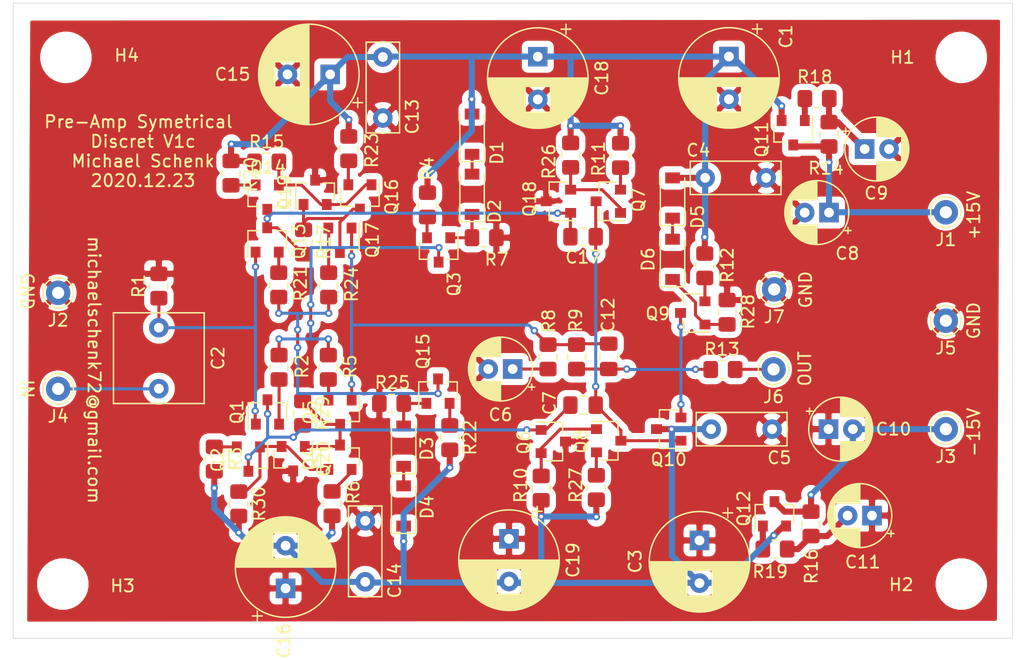
<source format=kicad_pcb>
(kicad_pcb (version 20171130) (host pcbnew "(5.1.8-0-10_14)")
  (layers (0 F.Cu signal) (31 B.Cu signal) (34 B.Paste user) (35 F.Paste user) (36 B.SilkS user) (37 F.SilkS user) (38 B.Mask user) (39 F.Mask user) (44 Edge.Cuts user))
  (net 0 "")
  (net 1 GND)
  (net 2 +15V)
  (net 3 "Net-(C2-Pad2)")
  (net 4 "Net-(C2-Pad1)")
  (net 5 -15V)
  (net 6 "Net-(C6-Pad1)")
  (net 7 "Net-(C7-Pad2)")
  (net 8 "Net-(C8-Pad1)")
  (net 9 "Net-(C9-Pad1)")
  (net 10 "Net-(C10-Pad2)")
  (net 11 "Net-(C11-Pad2)")
  (net 12 "Net-(D1-Pad1)")
  (net 13 "Net-(D2-Pad1)")
  (net 14 "Net-(J6-Pad1)")
  (net 15 "Net-(Q1-Pad2)")
  (net 16 "Net-(Q2-Pad2)")
  (net 17 "Net-(Q2-Pad1)")
  (net 18 "Net-(Q3-Pad3)")
  (net 19 "Net-(Q3-Pad2)")
  (net 20 "Net-(Q4-Pad2)")
  (net 21 "Net-(Q5-Pad2)")
  (net 22 "Net-(Q6-Pad2)")
  (net 23 "Net-(Q7-Pad2)")
  (net 24 "Net-(Q9-Pad2)")
  (net 25 "Net-(C12-Pad2)")
  (net 26 "Net-(C12-Pad1)")
  (net 27 "Net-(Q11-Pad1)")
  (net 28 "Net-(Q12-Pad1)")
  (net 29 "Net-(C17-Pad1)")
  (net 30 "Net-(C17-Pad2)")
  (net 31 "Net-(D3-Pad2)")
  (net 32 "Net-(D3-Pad1)")
  (net 33 "Net-(D5-Pad1)")
  (net 34 "Net-(D6-Pad1)")
  (net 35 "Net-(Q18-Pad2)")
  (net 36 "Net-(Q8-Pad2)")
  (net 37 "Net-(Q13-Pad2)")
  (net 38 "Net-(Q14-Pad2)")
  (net 39 "Net-(Q14-Pad1)")
  (net 40 "Net-(Q15-Pad3)")
  (net 41 "Net-(Q15-Pad2)")
  (net 42 "Net-(Q16-Pad2)")
  (net 43 "Net-(Q17-Pad2)")
  (net 44 "Net-(Q20-Pad1)")
  (net 45 "Net-(Q16-Pad3)")
  (module Resistor_SMD:R_0805_2012Metric_Pad1.20x1.40mm_HandSolder (layer F.Cu) (at 140.4112 136.9314 270)
    (fp_text reference R30 (at 0 -1.65 90) (layer F.SilkS))
    (fp_text value 1k)
    (pad 2 smd roundrect (at 1 0 270) (size 1.2 1.4) (layers F.Cu F.Paste F.Mask) (roundrect_rratio 0.2083325) (net 5 -15V))
    (pad 1 smd roundrect (at -1 0 270) (size 1.2 1.4) (layers F.Cu F.Paste F.Mask) (roundrect_rratio 0.2083325) (net 17 "Net-(Q2-Pad1)"))
  )
  (module Resistor_SMD:R_0805_2012Metric_Pad1.20x1.40mm_HandSolder (layer F.Cu) (at 145.6436 129.4986 270)
    (fp_text reference R29 (at 0 -1.65 90) (layer F.SilkS))
    (fp_text value 47k)
    (pad 2 smd roundrect (at 1 0 270) (size 1.2 1.4) (layers F.Cu F.Paste F.Mask) (roundrect_rratio 0.2083325) (net 7 "Net-(C7-Pad2)"))
    (pad 1 smd roundrect (at -1 0 270) (size 1.2 1.4) (layers F.Cu F.Paste F.Mask) (roundrect_rratio 0.2083325) (net 44 "Net-(Q20-Pad1)"))
  )
  (module Resistor_SMD:R_0805_2012Metric_Pad1.20x1.40mm_HandSolder (layer F.Cu) (at 145.7198 115.4684 270)
    (fp_text reference R17 (at 0 -1.65 90) (layer F.SilkS))
    (fp_text value 47k)
    (pad 2 smd roundrect (at 1 0 270) (size 1.2 1.4) (layers F.Cu F.Paste F.Mask) (roundrect_rratio 0.2083325) (net 30 "Net-(C17-Pad2)"))
    (pad 1 smd roundrect (at -1 0 270) (size 1.2 1.4) (layers F.Cu F.Paste F.Mask) (roundrect_rratio 0.2083325) (net 45 "Net-(Q16-Pad3)"))
  )
  (module Resistor_SMD:R_0805_2012Metric_Pad1.20x1.40mm_HandSolder (layer F.Cu) (at 142.6972 108.9152)
    (fp_text reference R15 (at 0 -1.65) (layer F.SilkS))
    (fp_text value 1k)
    (pad 2 smd roundrect (at 1 0) (size 1.2 1.4) (layers F.Cu F.Paste F.Mask) (roundrect_rratio 0.2083325) (net 39 "Net-(Q14-Pad1)"))
    (pad 1 smd roundrect (at -1 0) (size 1.2 1.4) (layers F.Cu F.Paste F.Mask) (roundrect_rratio 0.2083325) (net 2 +15V))
  )
  (module Package_TO_SOT_SMD:SOT-23 (layer F.Cu) (at 144.8714 133.2324 270)
    (fp_text reference Q20 (at 0 -2.5 90) (layer F.SilkS))
    (fp_text value BC850C)
    (pad 3 smd rect (at 1 0 270) (size 0.9 0.8) (layers F.Cu F.Paste F.Mask) (net 1 GND))
    (pad 2 smd rect (at -1 0.95 270) (size 0.9 0.8) (layers F.Cu F.Paste F.Mask) (net 17 "Net-(Q2-Pad1)"))
    (pad 1 smd rect (at -1 -0.95 270) (size 0.9 0.8) (layers F.Cu F.Paste F.Mask) (net 44 "Net-(Q20-Pad1)"))
  )
  (module Package_TO_SOT_SMD:SOT-23 (layer F.Cu) (at 146.6698 111.395 90)
    (fp_text reference Q19 (at 0 -2.5 90) (layer F.SilkS))
    (fp_text value BC860C)
    (pad 3 smd rect (at 1 0 90) (size 0.9 0.8) (layers F.Cu F.Paste F.Mask) (net 1 GND))
    (pad 2 smd rect (at -1 0.95 90) (size 0.9 0.8) (layers F.Cu F.Paste F.Mask) (net 39 "Net-(Q14-Pad1)"))
    (pad 1 smd rect (at -1 -0.95 90) (size 0.9 0.8) (layers F.Cu F.Paste F.Mask) (net 45 "Net-(Q16-Pad3)"))
  )
  (module Resistor_SMD:R_0805_2012Metric_Pad1.20x1.40mm_HandSolder (layer F.Cu) (at 187.325 138.573 90)
    (fp_text reference R16 (at -3.4892 0.0254 90) (layer F.SilkS))
    (fp_text value 10k)
    (pad 2 smd roundrect (at 1 0 90) (size 1.2 1.4) (layers F.Cu F.Paste F.Mask) (roundrect_rratio 0.2083325) (net 10 "Net-(C10-Pad2)"))
    (pad 1 smd roundrect (at -1 0 90) (size 1.2 1.4) (layers F.Cu F.Paste F.Mask) (roundrect_rratio 0.2083325) (net 11 "Net-(C11-Pad2)"))
  )
  (module Capacitor_THT:CP_Radial_D8.0mm_P3.50mm (layer F.Cu) (at 162.56 139.8016 270)
    (fp_text reference C19 (at 1.75 -5.25 90) (layer F.SilkS))
    (fp_text value 220uF)
    (pad 2 thru_hole circle (at 3.5 0 270) (size 1.6 1.6) (drill 0.8) (layers *.Cu *.Mask) (net 5 -15V))
    (pad 1 thru_hole rect (at 0 0 270) (size 1.6 1.6) (drill 0.8) (layers *.Cu *.Mask) (net 1 GND))
  )
  (module Capacitor_THT:CP_Radial_D8.0mm_P3.50mm (layer F.Cu) (at 164.9222 100.2792 270)
    (fp_text reference C18 (at 1.75 -5.25 90) (layer F.SilkS))
    (fp_text value 220uF)
    (pad 2 thru_hole circle (at 3.5 0 270) (size 1.6 1.6) (drill 0.8) (layers *.Cu *.Mask) (net 1 GND))
    (pad 1 thru_hole rect (at 0 0 270) (size 1.6 1.6) (drill 0.8) (layers *.Cu *.Mask) (net 2 +15V))
  )
  (module Resistor_SMD:R_0805_2012Metric_Pad1.20x1.40mm_HandSolder (layer F.Cu) (at 138.4046 133.2644 270)
    (fp_text reference R3 (at -0.0348 -1.7272 90) (layer F.SilkS))
    (fp_text value 68R)
    (pad 2 smd roundrect (at 1 0 270) (size 1.2 1.4) (layers F.Cu F.Paste F.Mask) (roundrect_rratio 0.2083325) (net 5 -15V))
    (pad 1 smd roundrect (at -1 0 270) (size 1.2 1.4) (layers F.Cu F.Paste F.Mask) (roundrect_rratio 0.2083325) (net 16 "Net-(Q2-Pad2)"))
  )
  (module Capacitor_THT:CP_Radial_D5.0mm_P2.00mm (layer F.Cu) (at 162.8648 125.8824 180)
    (fp_text reference C6 (at 1 -3.75) (layer F.SilkS))
    (fp_text value 100uF)
    (pad 2 thru_hole circle (at 2 0 180) (size 1.6 1.6) (drill 0.8) (layers *.Cu *.Mask) (net 1 GND))
    (pad 1 thru_hole rect (at 0 0 180) (size 1.6 1.6) (drill 0.8) (layers *.Cu *.Mask) (net 6 "Net-(C6-Pad1)"))
  )
  (module Package_TO_SOT_SMD:SOT-23 (layer F.Cu) (at 166.6146 112.1308 180)
    (fp_text reference Q18 (at 2.3528 0.193 90) (layer F.SilkS))
    (fp_text value BC860C)
    (pad 3 smd rect (at 1 0 180) (size 0.9 0.8) (layers F.Cu F.Paste F.Mask) (net 1 GND))
    (pad 2 smd rect (at -1 0.95 180) (size 0.9 0.8) (layers F.Cu F.Paste F.Mask) (net 35 "Net-(Q18-Pad2)"))
    (pad 1 smd rect (at -1 -0.95 180) (size 0.9 0.8) (layers F.Cu F.Paste F.Mask) (net 30 "Net-(C17-Pad2)"))
  )
  (module Resistor_SMD:R_0805_2012Metric_Pad1.20x1.40mm_HandSolder (layer F.Cu) (at 180.102 125.9205 180)
    (fp_text reference R13 (at 0.0795 1.651) (layer F.SilkS))
    (fp_text value 47R)
    (pad 2 smd roundrect (at 1 0 180) (size 1.2 1.4) (layers F.Cu F.Paste F.Mask) (roundrect_rratio 0.2083325) (net 26 "Net-(C12-Pad1)"))
    (pad 1 smd roundrect (at -1 0 180) (size 1.2 1.4) (layers F.Cu F.Paste F.Mask) (roundrect_rratio 0.2083325) (net 14 "Net-(J6-Pad1)"))
  )
  (module Resistor_SMD:R_0805_2012Metric_Pad1.20x1.40mm_HandSolder (layer F.Cu) (at 180.4416 121.2248 90)
    (fp_text reference R28 (at 0.0414 1.7145 90) (layer F.SilkS))
    (fp_text value 10k)
    (pad 2 smd roundrect (at 1 0 90) (size 1.2 1.4) (layers F.Cu F.Paste F.Mask) (roundrect_rratio 0.2083325) (net 1 GND))
    (pad 1 smd roundrect (at -1 0 90) (size 1.2 1.4) (layers F.Cu F.Paste F.Mask) (roundrect_rratio 0.2083325) (net 34 "Net-(D6-Pad1)"))
  )
  (module Resistor_SMD:R_0805_2012Metric_Pad1.20x1.40mm_HandSolder (layer F.Cu) (at 169.7228 135.5946 270)
    (fp_text reference R27 (at -0.1872 1.6764 90) (layer F.SilkS))
    (fp_text value 39R)
    (pad 2 smd roundrect (at 1 0 270) (size 1.2 1.4) (layers F.Cu F.Paste F.Mask) (roundrect_rratio 0.2083325) (net 5 -15V))
    (pad 1 smd roundrect (at -1 0 270) (size 1.2 1.4) (layers F.Cu F.Paste F.Mask) (roundrect_rratio 0.2083325) (net 36 "Net-(Q8-Pad2)"))
  )
  (module Resistor_SMD:R_0805_2012Metric_Pad1.20x1.40mm_HandSolder (layer F.Cu) (at 167.6146 108.347 270)
    (fp_text reference R26 (at 0.524 1.778 90) (layer F.SilkS))
    (fp_text value 2k2)
    (pad 2 smd roundrect (at 1 0 270) (size 1.2 1.4) (layers F.Cu F.Paste F.Mask) (roundrect_rratio 0.2083325) (net 35 "Net-(Q18-Pad2)"))
    (pad 1 smd roundrect (at -1 0 270) (size 1.2 1.4) (layers F.Cu F.Paste F.Mask) (roundrect_rratio 0.2083325) (net 2 +15V))
  )
  (module Resistor_SMD:R_0805_2012Metric_Pad1.20x1.40mm_HandSolder (layer F.Cu) (at 152.9334 128.7018)
    (fp_text reference R25 (at 0.0762 -1.7018) (layer F.SilkS))
    (fp_text value 10k)
    (pad 2 smd roundrect (at 1 0) (size 1.2 1.4) (layers F.Cu F.Paste F.Mask) (roundrect_rratio 0.2083325) (net 31 "Net-(D3-Pad2)"))
    (pad 1 smd roundrect (at -1 0) (size 1.2 1.4) (layers F.Cu F.Paste F.Mask) (roundrect_rratio 0.2083325) (net 1 GND))
  )
  (module Resistor_SMD:R_0805_2012Metric_Pad1.20x1.40mm_HandSolder (layer F.Cu) (at 147.7772 118.983 270)
    (fp_text reference R24 (at -0.0348 -1.8796 90) (layer F.SilkS))
    (fp_text value 100R)
    (pad 2 smd roundrect (at 1 0 270) (size 1.2 1.4) (layers F.Cu F.Paste F.Mask) (roundrect_rratio 0.2083325) (net 40 "Net-(Q15-Pad3)"))
    (pad 1 smd roundrect (at -1 0 270) (size 1.2 1.4) (layers F.Cu F.Paste F.Mask) (roundrect_rratio 0.2083325) (net 43 "Net-(Q17-Pad2)"))
  )
  (module Resistor_SMD:R_0805_2012Metric_Pad1.20x1.40mm_HandSolder (layer F.Cu) (at 149.4282 107.8136 270)
    (fp_text reference R23 (at 0.1364 -1.8796 90) (layer F.SilkS))
    (fp_text value 68R)
    (pad 2 smd roundrect (at 1 0 270) (size 1.2 1.4) (layers F.Cu F.Paste F.Mask) (roundrect_rratio 0.2083325) (net 42 "Net-(Q16-Pad2)"))
    (pad 1 smd roundrect (at -1 0 270) (size 1.2 1.4) (layers F.Cu F.Paste F.Mask) (roundrect_rratio 0.2083325) (net 2 +15V))
  )
  (module Resistor_SMD:R_0805_2012Metric_Pad1.20x1.40mm_HandSolder (layer F.Cu) (at 157.7086 131.5052 270)
    (fp_text reference R22 (at 0 -1.65 90) (layer F.SilkS))
    (fp_text value 100R)
    (pad 2 smd roundrect (at 1 0 270) (size 1.2 1.4) (layers F.Cu F.Paste F.Mask) (roundrect_rratio 0.2083325) (net 5 -15V))
    (pad 1 smd roundrect (at -1 0 270) (size 1.2 1.4) (layers F.Cu F.Paste F.Mask) (roundrect_rratio 0.2083325) (net 41 "Net-(Q15-Pad2)"))
  )
  (module Resistor_SMD:R_0805_2012Metric_Pad1.20x1.40mm_HandSolder (layer F.Cu) (at 143.6878 118.983 270)
    (fp_text reference R21 (at -0.0856 -1.778 90) (layer F.SilkS))
    (fp_text value 100R)
    (pad 2 smd roundrect (at 1 0 270) (size 1.2 1.4) (layers F.Cu F.Paste F.Mask) (roundrect_rratio 0.2083325) (net 40 "Net-(Q15-Pad3)"))
    (pad 1 smd roundrect (at -1 0 270) (size 1.2 1.4) (layers F.Cu F.Paste F.Mask) (roundrect_rratio 0.2083325) (net 37 "Net-(Q13-Pad2)"))
  )
  (module Resistor_SMD:R_0805_2012Metric_Pad1.20x1.40mm_HandSolder (layer F.Cu) (at 139.7762 109.8202 270)
    (fp_text reference R20 (at 0.111 -1.6256 90) (layer F.SilkS))
    (fp_text value 68R)
    (pad 2 smd roundrect (at 1 0 270) (size 1.2 1.4) (layers F.Cu F.Paste F.Mask) (roundrect_rratio 0.2083325) (net 38 "Net-(Q14-Pad2)"))
    (pad 1 smd roundrect (at -1 0 270) (size 1.2 1.4) (layers F.Cu F.Paste F.Mask) (roundrect_rratio 0.2083325) (net 2 +15V))
  )
  (module Package_TO_SOT_SMD:SOT-23 (layer F.Cu) (at 148.7018 115.3254 270)
    (fp_text reference Q17 (at -0.016 -2.667 90) (layer F.SilkS))
    (fp_text value BC850C)
    (pad 3 smd rect (at 1 0 270) (size 0.9 0.8) (layers F.Cu F.Paste F.Mask) (net 45 "Net-(Q16-Pad3)"))
    (pad 2 smd rect (at -1 0.95 270) (size 0.9 0.8) (layers F.Cu F.Paste F.Mask) (net 43 "Net-(Q17-Pad2)"))
    (pad 1 smd rect (at -1 -0.95 270) (size 0.9 0.8) (layers F.Cu F.Paste F.Mask) (net 25 "Net-(C12-Pad2)"))
  )
  (module Package_TO_SOT_SMD:SOT-23 (layer F.Cu) (at 150.3426 111.776 270)
    (fp_text reference Q16 (at -0.016 -2.6035 90) (layer F.SilkS))
    (fp_text value BC860C)
    (pad 3 smd rect (at 1 0 270) (size 0.9 0.8) (layers F.Cu F.Paste F.Mask) (net 45 "Net-(Q16-Pad3)"))
    (pad 2 smd rect (at -1 0.95 270) (size 0.9 0.8) (layers F.Cu F.Paste F.Mask) (net 42 "Net-(Q16-Pad2)"))
    (pad 1 smd rect (at -1 -0.95 270) (size 0.9 0.8) (layers F.Cu F.Paste F.Mask) (net 39 "Net-(Q14-Pad1)"))
  )
  (module Package_TO_SOT_SMD:SOT-23 (layer F.Cu) (at 156.7434 127.6952 90)
    (fp_text reference Q15 (at 3.2606 -1.2192 90) (layer F.SilkS))
    (fp_text value BC850C)
    (pad 3 smd rect (at 1 0 90) (size 0.9 0.8) (layers F.Cu F.Paste F.Mask) (net 40 "Net-(Q15-Pad3)"))
    (pad 2 smd rect (at -1 0.95 90) (size 0.9 0.8) (layers F.Cu F.Paste F.Mask) (net 41 "Net-(Q15-Pad2)"))
    (pad 1 smd rect (at -1 -0.95 90) (size 0.9 0.8) (layers F.Cu F.Paste F.Mask) (net 31 "Net-(D3-Pad2)"))
  )
  (module Package_TO_SOT_SMD:SOT-23 (layer F.Cu) (at 142.748 111.7948 270)
    (fp_text reference Q14 (at -2.4605 -0.061) (layer F.SilkS))
    (fp_text value BC860C)
    (pad 3 smd rect (at 1 0 270) (size 0.9 0.8) (layers F.Cu F.Paste F.Mask) (net 30 "Net-(C17-Pad2)"))
    (pad 2 smd rect (at -1 0.95 270) (size 0.9 0.8) (layers F.Cu F.Paste F.Mask) (net 38 "Net-(Q14-Pad2)"))
    (pad 1 smd rect (at -1 -0.95 270) (size 0.9 0.8) (layers F.Cu F.Paste F.Mask) (net 39 "Net-(Q14-Pad1)"))
  )
  (module Package_TO_SOT_SMD:SOT-23 (layer F.Cu) (at 142.7378 115.3 90)
    (fp_text reference Q13 (at -0.111 2.601 90) (layer F.SilkS))
    (fp_text value BC850C)
    (pad 3 smd rect (at 1 0 90) (size 0.9 0.8) (layers F.Cu F.Paste F.Mask) (net 30 "Net-(C17-Pad2)"))
    (pad 2 smd rect (at -1 0.95 90) (size 0.9 0.8) (layers F.Cu F.Paste F.Mask) (net 37 "Net-(Q13-Pad2)"))
    (pad 1 smd rect (at -1 -0.95 90) (size 0.9 0.8) (layers F.Cu F.Paste F.Mask) (net 4 "Net-(C2-Pad1)"))
  )
  (module Diode_SMD:D_SOD-123 (layer F.Cu) (at 175.9712 116.8908 90)
    (fp_text reference D6 (at 0 -2 90) (layer F.SilkS))
    (fp_text value 1N4148W)
    (pad 2 smd rect (at 1.65 0 90) (size 0.9 1.2) (layers F.Cu F.Paste F.Mask) (net 33 "Net-(D5-Pad1)"))
    (pad 1 smd rect (at -1.65 0 90) (size 0.9 1.2) (layers F.Cu F.Paste F.Mask) (net 34 "Net-(D6-Pad1)"))
  )
  (module Diode_SMD:D_SOD-123 (layer F.Cu) (at 175.9712 111.8626 90)
    (fp_text reference D5 (at -1.5484 2.0574 90) (layer F.SilkS))
    (fp_text value 1N4148W)
    (pad 2 smd rect (at 1.65 0 90) (size 0.9 1.2) (layers F.Cu F.Paste F.Mask) (net 2 +15V))
    (pad 1 smd rect (at -1.65 0 90) (size 0.9 1.2) (layers F.Cu F.Paste F.Mask) (net 33 "Net-(D5-Pad1)"))
  )
  (module Diode_SMD:D_SOD-123 (layer F.Cu) (at 153.924 137.1082 90)
    (fp_text reference D4 (at -0.1026 1.9304 90) (layer F.SilkS))
    (fp_text value 1N4148W)
    (pad 2 smd rect (at 1.65 0 90) (size 0.9 1.2) (layers F.Cu F.Paste F.Mask) (net 32 "Net-(D3-Pad1)"))
    (pad 1 smd rect (at -1.65 0 90) (size 0.9 1.2) (layers F.Cu F.Paste F.Mask) (net 5 -15V))
  )
  (module Diode_SMD:D_SOD-123 (layer F.Cu) (at 153.924 132.207 90)
    (fp_text reference D3 (at -0.2032 1.905 90) (layer F.SilkS))
    (fp_text value 1N4148W)
    (pad 2 smd rect (at 1.65 0 90) (size 0.9 1.2) (layers F.Cu F.Paste F.Mask) (net 31 "Net-(D3-Pad2)"))
    (pad 1 smd rect (at -1.65 0 90) (size 0.9 1.2) (layers F.Cu F.Paste F.Mask) (net 32 "Net-(D3-Pad1)"))
  )
  (module Capacitor_SMD:C_0805_2012Metric_Pad1.18x1.45mm_HandSolder (layer F.Cu) (at 168.6345 115.0366 180)
    (fp_text reference C17 (at 0 -1.68) (layer F.SilkS))
    (fp_text value 270pF)
    (pad 2 smd roundrect (at 1.0375 0 180) (size 1.175 1.45) (layers F.Cu F.Paste F.Mask) (roundrect_rratio 0.2127659574468085) (net 30 "Net-(C17-Pad2)"))
    (pad 1 smd roundrect (at -1.0375 0 180) (size 1.175 1.45) (layers F.Cu F.Paste F.Mask) (roundrect_rratio 0.2127659574468085) (net 29 "Net-(C17-Pad1)"))
  )
  (module Capacitor_THT:CP_Radial_D8.0mm_P3.50mm (layer F.Cu) (at 144.2466 143.8656 90)
    (fp_text reference C16 (at -4.2926 -0.127 90) (layer F.SilkS))
    (fp_text value 220uF)
    (pad 2 thru_hole circle (at 3.5 0 90) (size 1.6 1.6) (drill 0.8) (layers *.Cu *.Mask) (net 5 -15V))
    (pad 1 thru_hole rect (at 0 0 90) (size 1.6 1.6) (drill 0.8) (layers *.Cu *.Mask) (net 1 GND))
  )
  (module Capacitor_THT:CP_Radial_D8.0mm_P3.50mm (layer F.Cu) (at 147.9042 101.727 180)
    (fp_text reference C15 (at 8.001 0) (layer F.SilkS))
    (fp_text value 220uF)
    (pad 2 thru_hole circle (at 3.5 0 180) (size 1.6 1.6) (drill 0.8) (layers *.Cu *.Mask) (net 1 GND))
    (pad 1 thru_hole rect (at 0 0 180) (size 1.6 1.6) (drill 0.8) (layers *.Cu *.Mask) (net 2 +15V))
  )
  (module Capacitor_THT:CP_Radial_D8.0mm_P3.50mm (layer F.Cu) (at 178.181 139.9338 270)
    (fp_text reference C3 (at 1.7145 5.2705 90) (layer F.SilkS))
    (fp_text value 220uF)
    (pad 2 thru_hole circle (at 3.5 0 270) (size 1.6 1.6) (drill 0.8) (layers *.Cu *.Mask) (net 5 -15V))
    (pad 1 thru_hole rect (at 0 0 270) (size 1.6 1.6) (drill 0.8) (layers *.Cu *.Mask) (net 1 GND))
  )
  (module Capacitor_THT:CP_Radial_D8.0mm_P3.50mm (layer F.Cu) (at 180.594 100.2665 270)
    (fp_text reference C1 (at -1.6383 -4.6736 90) (layer F.SilkS))
    (fp_text value 220uF)
    (pad 2 thru_hole circle (at 3.5 0 270) (size 1.6 1.6) (drill 0.8) (layers *.Cu *.Mask) (net 1 GND))
    (pad 1 thru_hole rect (at 0 0 270) (size 1.6 1.6) (drill 0.8) (layers *.Cu *.Mask) (net 2 +15V))
  )
  (module Capacitor_THT:CP_Radial_D5.0mm_P2.00mm (layer F.Cu) (at 192.3222 137.8966 180)
    (fp_text reference C11 (at 0.762 -3.81) (layer F.SilkS))
    (fp_text value 100uF)
    (pad 2 thru_hole circle (at 2 0 180) (size 1.6 1.6) (drill 0.8) (layers *.Cu *.Mask) (net 11 "Net-(C11-Pad2)"))
    (pad 1 thru_hole rect (at 0 0 180) (size 1.6 1.6) (drill 0.8) (layers *.Cu *.Mask) (net 1 GND))
  )
  (module Capacitor_THT:CP_Radial_D5.0mm_P2.00mm (layer F.Cu) (at 188.754 130.81)
    (fp_text reference C10 (at 5.334 0) (layer F.SilkS))
    (fp_text value 100uF)
    (pad 2 thru_hole circle (at 2 0) (size 1.6 1.6) (drill 0.8) (layers *.Cu *.Mask) (net 10 "Net-(C10-Pad2)"))
    (pad 1 thru_hole rect (at 0 0) (size 1.6 1.6) (drill 0.8) (layers *.Cu *.Mask) (net 1 GND))
  )
  (module Capacitor_THT:CP_Radial_D5.0mm_P2.00mm (layer F.Cu) (at 191.7192 107.8484)
    (fp_text reference C9 (at 0.9525 3.6195) (layer F.SilkS))
    (fp_text value 100uF)
    (pad 2 thru_hole circle (at 2 0) (size 1.6 1.6) (drill 0.8) (layers *.Cu *.Mask) (net 1 GND))
    (pad 1 thru_hole rect (at 0 0) (size 1.6 1.6) (drill 0.8) (layers *.Cu *.Mask) (net 9 "Net-(C9-Pad1)"))
  )
  (module Capacitor_THT:CP_Radial_D5.0mm_P2.00mm (layer F.Cu) (at 188.7982 113.0554 180)
    (fp_text reference C8 (at -1.4986 -3.3528) (layer F.SilkS))
    (fp_text value 100uF)
    (pad 2 thru_hole circle (at 2 0 180) (size 1.6 1.6) (drill 0.8) (layers *.Cu *.Mask) (net 1 GND))
    (pad 1 thru_hole rect (at 0 0 180) (size 1.6 1.6) (drill 0.8) (layers *.Cu *.Mask) (net 8 "Net-(C8-Pad1)"))
  )
  (module Resistor_SMD:R_0805_2012Metric_Pad1.20x1.40mm_HandSolder (layer F.Cu) (at 184.3692 140.6398 180)
    (fp_text reference R19 (at 0.397 -1.8542) (layer F.SilkS))
    (fp_text value 100R)
    (pad 2 smd roundrect (at 1 0 180) (size 1.2 1.4) (layers F.Cu F.Paste F.Mask) (roundrect_rratio 0.2083325) (net 28 "Net-(Q12-Pad1)"))
    (pad 1 smd roundrect (at -1 0 180) (size 1.2 1.4) (layers F.Cu F.Paste F.Mask) (roundrect_rratio 0.2083325) (net 11 "Net-(C11-Pad2)"))
  )
  (module Resistor_SMD:R_0805_2012Metric_Pad1.20x1.40mm_HandSolder (layer F.Cu) (at 187.817 103.7082 180)
    (fp_text reference R18 (at 0.1872 1.778) (layer F.SilkS))
    (fp_text value 100R)
    (pad 2 smd roundrect (at 1 0 180) (size 1.2 1.4) (layers F.Cu F.Paste F.Mask) (roundrect_rratio 0.2083325) (net 27 "Net-(Q11-Pad1)"))
    (pad 1 smd roundrect (at -1 0 180) (size 1.2 1.4) (layers F.Cu F.Paste F.Mask) (roundrect_rratio 0.2083325) (net 9 "Net-(C9-Pad1)"))
  )
  (module Resistor_SMD:R_0805_2012Metric_Pad1.20x1.40mm_HandSolder (layer F.Cu) (at 188.7982 106.6386 270)
    (fp_text reference R14 (at 2.7846 0.254 180) (layer F.SilkS))
    (fp_text value 10k)
    (pad 2 smd roundrect (at 1 0 270) (size 1.2 1.4) (layers F.Cu F.Paste F.Mask) (roundrect_rratio 0.2083325) (net 8 "Net-(C8-Pad1)"))
    (pad 1 smd roundrect (at -1 0 270) (size 1.2 1.4) (layers F.Cu F.Paste F.Mask) (roundrect_rratio 0.2083325) (net 9 "Net-(C9-Pad1)"))
  )
  (module Capacitor_THT:C_Rect_L7.2mm_W2.5mm_P5.00mm_FKS2_FKP2_MKS2_MKP2 (layer F.Cu) (at 150.7744 143.3284 90)
    (fp_text reference C14 (at 0.0978 2.413 90) (layer F.SilkS))
    (fp_text value 100nF)
    (pad 2 thru_hole circle (at 5 0 90) (size 1.6 1.6) (drill 0.8) (layers *.Cu *.Mask) (net 1 GND))
    (pad 1 thru_hole circle (at 0 0 90) (size 1.6 1.6) (drill 0.8) (layers *.Cu *.Mask) (net 5 -15V))
  )
  (module Capacitor_THT:C_Rect_L7.2mm_W2.5mm_P5.00mm_FKS2_FKP2_MKS2_MKP2 (layer F.Cu) (at 152.2222 105.3046 90)
    (fp_text reference C13 (at 0.1105 2.413 90) (layer F.SilkS))
    (fp_text value 100nF)
    (pad 2 thru_hole circle (at 5 0 90) (size 1.6 1.6) (drill 0.8) (layers *.Cu *.Mask) (net 2 +15V))
    (pad 1 thru_hole circle (at 0 0 90) (size 1.6 1.6) (drill 0.8) (layers *.Cu *.Mask) (net 1 GND))
  )
  (module Capacitor_THT:C_Rect_L7.2mm_W2.5mm_P5.00mm_FKS2_FKP2_MKS2_MKP2 (layer F.Cu) (at 179.1335 130.81)
    (fp_text reference C5 (at 5.588 2.3495) (layer F.SilkS))
    (fp_text value 100nF)
    (pad 2 thru_hole circle (at 5 0) (size 1.6 1.6) (drill 0.8) (layers *.Cu *.Mask) (net 1 GND))
    (pad 1 thru_hole circle (at 0 0) (size 1.6 1.6) (drill 0.8) (layers *.Cu *.Mask) (net 5 -15V))
  )
  (module Capacitor_THT:C_Rect_L7.2mm_W2.5mm_P5.00mm_FKS2_FKP2_MKS2_MKP2 (layer F.Cu) (at 183.642 110.2106 180)
    (fp_text reference C4 (at 5.5626 2.2606) (layer F.SilkS))
    (fp_text value 100nF)
    (pad 2 thru_hole circle (at 5 0 180) (size 1.6 1.6) (drill 0.8) (layers *.Cu *.Mask) (net 2 +15V))
    (pad 1 thru_hole circle (at 0 0 180) (size 1.6 1.6) (drill 0.8) (layers *.Cu *.Mask) (net 1 GND))
  )
  (module Connector_Pin:Pin_D1.0mm_L10.0mm (layer F.Cu) (at 184.3024 119.3546)
    (fp_text reference J7 (at 0 2.25) (layer F.SilkS))
    (fp_text value Conn_01x01)
    (pad 1 thru_hole circle (at 0 0) (size 2 2) (drill 1) (layers *.Cu *.Mask) (net 1 GND))
  )
  (module Connector_Pin:Pin_D1.0mm_L10.0mm (layer F.Cu) (at 184.2516 125.9078)
    (fp_text reference J6 (at 0 2.25) (layer F.SilkS))
    (fp_text value Conn_01x01)
    (pad 1 thru_hole circle (at 0 0) (size 2 2) (drill 1) (layers *.Cu *.Mask) (net 14 "Net-(J6-Pad1)"))
  )
  (module Connector_Pin:Pin_D1.0mm_L10.0mm (layer F.Cu) (at 198.374 121.92)
    (fp_text reference J5 (at 0 2.25) (layer F.SilkS))
    (fp_text value Conn_01x01)
    (pad 1 thru_hole circle (at 0 0) (size 2 2) (drill 1) (layers *.Cu *.Mask) (net 1 GND))
  )
  (module Connector_Pin:Pin_D1.0mm_L10.0mm (layer F.Cu) (at 125.603 127.508)
    (fp_text reference J4 (at 0 2.25) (layer F.SilkS))
    (fp_text value Conn_01x01)
    (pad 1 thru_hole circle (at 0 0) (size 2 2) (drill 1) (layers *.Cu *.Mask) (net 3 "Net-(C2-Pad2)"))
  )
  (module Connector_Pin:Pin_D1.0mm_L10.0mm (layer F.Cu) (at 198.374 130.81)
    (fp_text reference J3 (at 0 2.25) (layer F.SilkS))
    (fp_text value Conn_01x01)
    (pad 1 thru_hole circle (at 0 0) (size 2 2) (drill 1) (layers *.Cu *.Mask) (net 10 "Net-(C10-Pad2)"))
  )
  (module Connector_Pin:Pin_D1.0mm_L10.0mm (layer F.Cu) (at 125.603 119.634)
    (fp_text reference J2 (at 0 2.25) (layer F.SilkS))
    (fp_text value Conn_01x01)
    (pad 1 thru_hole circle (at 0 0) (size 2 2) (drill 1) (layers *.Cu *.Mask) (net 1 GND))
  )
  (module Connector_Pin:Pin_D1.0mm_L10.0mm (layer F.Cu) (at 198.374 113.03)
    (fp_text reference J1 (at 0 2.25) (layer F.SilkS))
    (fp_text value Conn_01x01)
    (pad 1 thru_hole circle (at 0 0) (size 2 2) (drill 1) (layers *.Cu *.Mask) (net 8 "Net-(C8-Pad1)"))
  )
  (module Package_TO_SOT_SMD:SOT-23 (layer F.Cu) (at 148.7068 133.112 90)
    (fp_text reference Q4 (at -0.0856 -2.4536 270) (layer F.SilkS))
    (fp_text value BC850C)
    (pad 3 smd rect (at 1 0 90) (size 0.9 0.8) (layers F.Cu F.Paste F.Mask) (net 44 "Net-(Q20-Pad1)"))
    (pad 2 smd rect (at -1 0.95 90) (size 0.9 0.8) (layers F.Cu F.Paste F.Mask) (net 20 "Net-(Q4-Pad2)"))
    (pad 1 smd rect (at -1 -0.95 90) (size 0.9 0.8) (layers F.Cu F.Paste F.Mask) (net 17 "Net-(Q2-Pad1)"))
  )
  (module Package_TO_SOT_SMD:SOT-23 (layer F.Cu) (at 175.657 130.8075 180)
    (fp_text reference Q10 (at 0 -2.5) (layer F.SilkS))
    (fp_text value BC860C)
    (pad 3 smd rect (at 1 0 180) (size 0.9 0.8) (layers F.Cu F.Paste F.Mask) (net 5 -15V))
    (pad 2 smd rect (at -1 0.95 180) (size 0.9 0.8) (layers F.Cu F.Paste F.Mask) (net 26 "Net-(C12-Pad1)"))
    (pad 1 smd rect (at -1 -0.95 180) (size 0.9 0.8) (layers F.Cu F.Paste F.Mask) (net 29 "Net-(C17-Pad1)"))
  )
  (module Resistor_SMD:R_0805_2012Metric_Pad1.20x1.40mm_HandSolder (layer F.Cu) (at 155.8798 112.4204 270)
    (fp_text reference R4 (at -2.9685 0 90) (layer F.SilkS))
    (fp_text value 100R)
    (pad 2 smd roundrect (at 1 0 270) (size 1.2 1.4) (layers F.Cu F.Paste F.Mask) (roundrect_rratio 0.2083325) (net 19 "Net-(Q3-Pad2)"))
    (pad 1 smd roundrect (at -1 0 270) (size 1.2 1.4) (layers F.Cu F.Paste F.Mask) (roundrect_rratio 0.2083325) (net 2 +15V))
  )
  (module Capacitor_SMD:C_0805_2012Metric_Pad1.18x1.45mm_HandSolder (layer F.Cu) (at 168.6345 128.8415 180)
    (fp_text reference C7 (at 2.7471 0.1651 90) (layer F.SilkS))
    (fp_text value 270pF)
    (pad 2 smd roundrect (at 1.0375 0 180) (size 1.175 1.45) (layers F.Cu F.Paste F.Mask) (roundrect_rratio 0.2127659574468085) (net 7 "Net-(C7-Pad2)"))
    (pad 1 smd roundrect (at -1.0375 0 180) (size 1.175 1.45) (layers F.Cu F.Paste F.Mask) (roundrect_rratio 0.2127659574468085) (net 29 "Net-(C17-Pad1)"))
  )
  (module Capacitor_SMD:C_0805_2012Metric_Pad1.18x1.45mm_HandSolder (layer F.Cu) (at 170.7388 124.8449 90)
    (fp_text reference C12 (at 3.3821 -0.0508 90) (layer F.SilkS))
    (fp_text value 6.8pF)
    (pad 2 smd roundrect (at 1.0375 0 90) (size 1.175 1.45) (layers F.Cu F.Paste F.Mask) (roundrect_rratio 0.2127659574468085) (net 25 "Net-(C12-Pad2)"))
    (pad 1 smd roundrect (at -1.0375 0 90) (size 1.175 1.45) (layers F.Cu F.Paste F.Mask) (roundrect_rratio 0.2127659574468085) (net 26 "Net-(C12-Pad1)"))
  )
  (module Package_TO_SOT_SMD:SOT-23 (layer F.Cu) (at 177.6255 121.2825 180)
    (fp_text reference Q9 (at 2.8735 -0.066) (layer F.SilkS))
    (fp_text value BC860C)
    (pad 1 smd rect (at -1 -0.95 180) (size 0.9 0.8) (layers F.Cu F.Paste F.Mask) (net 34 "Net-(D6-Pad1)"))
    (pad 2 smd rect (at -1 0.95 180) (size 0.9 0.8) (layers F.Cu F.Paste F.Mask) (net 24 "Net-(Q9-Pad2)"))
    (pad 3 smd rect (at 1 0 180) (size 0.9 0.8) (layers F.Cu F.Paste F.Mask) (net 26 "Net-(C12-Pad1)"))
  )
  (module Resistor_SMD:R_0805_2012Metric_Pad1.20x1.40mm_HandSolder (layer F.Cu) (at 133.858 119.0752 90)
    (fp_text reference R1 (at 0 -1.65 90) (layer F.SilkS))
    (fp_text value 10k)
    (pad 2 smd roundrect (at 1 0 90) (size 1.2 1.4) (layers F.Cu F.Paste F.Mask) (roundrect_rratio 0.2083325) (net 1 GND))
    (pad 1 smd roundrect (at -1 0 90) (size 1.2 1.4) (layers F.Cu F.Paste F.Mask) (roundrect_rratio 0.2083325) (net 4 "Net-(C2-Pad1)"))
  )
  (module Resistor_SMD:R_0805_2012Metric_Pad1.20x1.40mm_HandSolder (layer F.Cu) (at 178.6128 117.4148 270)
    (fp_text reference R12 (at -0.0475 -1.8415 90) (layer F.SilkS))
    (fp_text value 100R)
    (pad 2 smd roundrect (at 1 0 270) (size 1.2 1.4) (layers F.Cu F.Paste F.Mask) (roundrect_rratio 0.2083325) (net 24 "Net-(Q9-Pad2)"))
    (pad 1 smd roundrect (at -1 0 270) (size 1.2 1.4) (layers F.Cu F.Paste F.Mask) (roundrect_rratio 0.2083325) (net 2 +15V))
  )
  (module Resistor_SMD:R_0805_2012Metric_Pad1.20x1.40mm_HandSolder (layer F.Cu) (at 171.704 108.3724 270)
    (fp_text reference R11 (at 0.2634 1.8034 90) (layer F.SilkS))
    (fp_text value 39R)
    (pad 2 smd roundrect (at 1 0 270) (size 1.2 1.4) (layers F.Cu F.Paste F.Mask) (roundrect_rratio 0.2083325) (net 23 "Net-(Q7-Pad2)"))
    (pad 1 smd roundrect (at -1 0 270) (size 1.2 1.4) (layers F.Cu F.Paste F.Mask) (roundrect_rratio 0.2083325) (net 2 +15V))
  )
  (module Resistor_SMD:R_0805_2012Metric_Pad1.20x1.40mm_HandSolder (layer F.Cu) (at 165.2016 135.6454 270)
    (fp_text reference R10 (at -0.238 1.6764 90) (layer F.SilkS))
    (fp_text value 2k2)
    (pad 2 smd roundrect (at 1 0 270) (size 1.2 1.4) (layers F.Cu F.Paste F.Mask) (roundrect_rratio 0.2083325) (net 5 -15V))
    (pad 1 smd roundrect (at -1 0 270) (size 1.2 1.4) (layers F.Cu F.Paste F.Mask) (roundrect_rratio 0.2083325) (net 22 "Net-(Q6-Pad2)"))
  )
  (module Resistor_SMD:R_0805_2012Metric_Pad1.20x1.40mm_HandSolder (layer F.Cu) (at 168.0972 124.8824 90)
    (fp_text reference R9 (at 3.0005 -0.0635 90) (layer F.SilkS))
    (fp_text value 10k)
    (pad 2 smd roundrect (at 1 0 90) (size 1.2 1.4) (layers F.Cu F.Paste F.Mask) (roundrect_rratio 0.2083325) (net 25 "Net-(C12-Pad2)"))
    (pad 1 smd roundrect (at -1 0 90) (size 1.2 1.4) (layers F.Cu F.Paste F.Mask) (roundrect_rratio 0.2083325) (net 26 "Net-(C12-Pad1)"))
  )
  (module Resistor_SMD:R_0805_2012Metric_Pad1.20x1.40mm_HandSolder (layer F.Cu) (at 165.7604 124.8824 270)
    (fp_text reference R8 (at -2.937 -0.0635 90) (layer F.SilkS))
    (fp_text value 10k)
    (pad 2 smd roundrect (at 1 0 270) (size 1.2 1.4) (layers F.Cu F.Paste F.Mask) (roundrect_rratio 0.2083325) (net 6 "Net-(C6-Pad1)"))
    (pad 1 smd roundrect (at -1 0 270) (size 1.2 1.4) (layers F.Cu F.Paste F.Mask) (roundrect_rratio 0.2083325) (net 25 "Net-(C12-Pad2)"))
  )
  (module Resistor_SMD:R_0805_2012Metric_Pad1.20x1.40mm_HandSolder (layer F.Cu) (at 160.528 115.1128)
    (fp_text reference R7 (at 1.016 1.778) (layer F.SilkS))
    (fp_text value 10k)
    (pad 2 smd roundrect (at 1 0) (size 1.2 1.4) (layers F.Cu F.Paste F.Mask) (roundrect_rratio 0.2083325) (net 1 GND))
    (pad 1 smd roundrect (at -1 0) (size 1.2 1.4) (layers F.Cu F.Paste F.Mask) (roundrect_rratio 0.2083325) (net 13 "Net-(D2-Pad1)"))
  )
  (module Resistor_SMD:R_0805_2012Metric_Pad1.20x1.40mm_HandSolder (layer F.Cu) (at 148.0566 136.9154 270)
    (fp_text reference R6 (at -0.9238 -1.7272 90) (layer F.SilkS))
    (fp_text value 68R)
    (pad 2 smd roundrect (at 1 0 270) (size 1.2 1.4) (layers F.Cu F.Paste F.Mask) (roundrect_rratio 0.2083325) (net 5 -15V))
    (pad 1 smd roundrect (at -1 0 270) (size 1.2 1.4) (layers F.Cu F.Paste F.Mask) (roundrect_rratio 0.2083325) (net 20 "Net-(Q4-Pad2)"))
  )
  (module Resistor_SMD:R_0805_2012Metric_Pad1.20x1.40mm_HandSolder (layer F.Cu) (at 147.7518 125.7394 270)
    (fp_text reference R5 (at -0.0602 -1.778 90) (layer F.SilkS))
    (fp_text value 100R)
    (pad 2 smd roundrect (at 1 0 270) (size 1.2 1.4) (layers F.Cu F.Paste F.Mask) (roundrect_rratio 0.2083325) (net 21 "Net-(Q5-Pad2)"))
    (pad 1 smd roundrect (at -1 0 270) (size 1.2 1.4) (layers F.Cu F.Paste F.Mask) (roundrect_rratio 0.2083325) (net 18 "Net-(Q3-Pad3)"))
  )
  (module Resistor_SMD:R_0805_2012Metric_Pad1.20x1.40mm_HandSolder (layer F.Cu) (at 143.7132 125.7394 270)
    (fp_text reference R2 (at -0.0602 -1.8796 90) (layer F.SilkS))
    (fp_text value 100R)
    (pad 2 smd roundrect (at 1 0 270) (size 1.2 1.4) (layers F.Cu F.Paste F.Mask) (roundrect_rratio 0.2083325) (net 15 "Net-(Q1-Pad2)"))
    (pad 1 smd roundrect (at -1 0 270) (size 1.2 1.4) (layers F.Cu F.Paste F.Mask) (roundrect_rratio 0.2083325) (net 18 "Net-(Q3-Pad3)"))
  )
  (module Package_TO_SOT_SMD:SOT-23 (layer F.Cu) (at 184.3278 137.7536 90)
    (fp_text reference Q12 (at 0.4412 -2.5146 90) (layer F.SilkS))
    (fp_text value BC860C)
    (pad 3 smd rect (at 1 0 90) (size 0.9 0.8) (layers F.Cu F.Paste F.Mask) (net 10 "Net-(C10-Pad2)"))
    (pad 2 smd rect (at -1 0.95 90) (size 0.9 0.8) (layers F.Cu F.Paste F.Mask) (net 5 -15V))
    (pad 1 smd rect (at -1 -0.95 90) (size 0.9 0.8) (layers F.Cu F.Paste F.Mask) (net 28 "Net-(Q12-Pad1)"))
  )
  (module Package_TO_SOT_SMD:SOT-23 (layer F.Cu) (at 185.862 106.5116 270)
    (fp_text reference Q11 (at 0.5494 2.5756 90) (layer F.SilkS))
    (fp_text value BC850C)
    (pad 3 smd rect (at 1 0 270) (size 0.9 0.8) (layers F.Cu F.Paste F.Mask) (net 8 "Net-(C8-Pad1)"))
    (pad 2 smd rect (at -1 0.95 270) (size 0.9 0.8) (layers F.Cu F.Paste F.Mask) (net 2 +15V))
    (pad 1 smd rect (at -1 -0.95 270) (size 0.9 0.8) (layers F.Cu F.Paste F.Mask) (net 27 "Net-(Q11-Pad1)"))
  )
  (module Package_TO_SOT_SMD:SOT-23 (layer F.Cu) (at 170.7355 131.76)
    (fp_text reference Q8 (at -2.2573 0.0406 90) (layer F.SilkS))
    (fp_text value BC850C)
    (pad 3 smd rect (at 1 0) (size 0.9 0.8) (layers F.Cu F.Paste F.Mask) (net 29 "Net-(C17-Pad1)"))
    (pad 2 smd rect (at -1 0.95) (size 0.9 0.8) (layers F.Cu F.Paste F.Mask) (net 36 "Net-(Q8-Pad2)"))
    (pad 1 smd rect (at -1 -0.95) (size 0.9 0.8) (layers F.Cu F.Paste F.Mask) (net 22 "Net-(Q6-Pad2)"))
  )
  (module Package_TO_SOT_SMD:SOT-23 (layer F.Cu) (at 170.704 112.1308 180)
    (fp_text reference Q7 (at -2.4732 0.1168 90) (layer F.SilkS))
    (fp_text value BC860C)
    (pad 3 smd rect (at 1 0 180) (size 0.9 0.8) (layers F.Cu F.Paste F.Mask) (net 29 "Net-(C17-Pad1)"))
    (pad 2 smd rect (at -1 0.95 180) (size 0.9 0.8) (layers F.Cu F.Paste F.Mask) (net 23 "Net-(Q7-Pad2)"))
    (pad 1 smd rect (at -1 -0.95 180) (size 0.9 0.8) (layers F.Cu F.Paste F.Mask) (net 35 "Net-(Q18-Pad2)"))
  )
  (module Package_TO_SOT_SMD:SOT-23 (layer F.Cu) (at 166.1955 131.826)
    (fp_text reference Q6 (at -2.4163 0.0508 90) (layer F.SilkS))
    (fp_text value BC850C)
    (pad 3 smd rect (at 1 0) (size 0.9 0.8) (layers F.Cu F.Paste F.Mask) (net 1 GND))
    (pad 2 smd rect (at -1 0.95) (size 0.9 0.8) (layers F.Cu F.Paste F.Mask) (net 22 "Net-(Q6-Pad2)"))
    (pad 1 smd rect (at -1 -0.95) (size 0.9 0.8) (layers F.Cu F.Paste F.Mask) (net 7 "Net-(C7-Pad2)"))
  )
  (module Package_TO_SOT_SMD:SOT-23 (layer F.Cu) (at 148.717 129.4224 270)
    (fp_text reference Q5 (at 0 2.4765 90) (layer F.SilkS))
    (fp_text value BC860C)
    (pad 3 smd rect (at 1 0 270) (size 0.9 0.8) (layers F.Cu F.Paste F.Mask) (net 44 "Net-(Q20-Pad1)"))
    (pad 2 smd rect (at -1 0.95 270) (size 0.9 0.8) (layers F.Cu F.Paste F.Mask) (net 21 "Net-(Q5-Pad2)"))
    (pad 1 smd rect (at -1 -0.95 270) (size 0.9 0.8) (layers F.Cu F.Paste F.Mask) (net 25 "Net-(C12-Pad2)"))
  )
  (module Package_TO_SOT_SMD:SOT-23 (layer F.Cu) (at 156.7942 116.1194 270)
    (fp_text reference Q3 (at 2.81 -1.2675 90) (layer F.SilkS))
    (fp_text value BC860C)
    (pad 3 smd rect (at 1 0 270) (size 0.9 0.8) (layers F.Cu F.Paste F.Mask) (net 18 "Net-(Q3-Pad3)"))
    (pad 2 smd rect (at -1 0.95 270) (size 0.9 0.8) (layers F.Cu F.Paste F.Mask) (net 19 "Net-(Q3-Pad2)"))
    (pad 1 smd rect (at -1 -0.95 270) (size 0.9 0.8) (layers F.Cu F.Paste F.Mask) (net 13 "Net-(D2-Pad1)"))
  )
  (module Package_TO_SOT_SMD:SOT-23 (layer F.Cu) (at 141.1986 133.2644 270)
    (fp_text reference Q2 (at 0.0668 2.5044 270) (layer F.SilkS))
    (fp_text value BC850C)
    (pad 3 smd rect (at 1 0 270) (size 0.9 0.8) (layers F.Cu F.Paste F.Mask) (net 7 "Net-(C7-Pad2)"))
    (pad 2 smd rect (at -1 0.95 270) (size 0.9 0.8) (layers F.Cu F.Paste F.Mask) (net 16 "Net-(Q2-Pad2)"))
    (pad 1 smd rect (at -1 -0.95 270) (size 0.9 0.8) (layers F.Cu F.Paste F.Mask) (net 17 "Net-(Q2-Pad1)"))
  )
  (module Package_TO_SOT_SMD:SOT-23 (layer F.Cu) (at 142.7632 129.4036 90)
    (fp_text reference Q1 (at 0 -2.5 90) (layer F.SilkS))
    (fp_text value BC860C)
    (pad 3 smd rect (at 1 0 90) (size 0.9 0.8) (layers F.Cu F.Paste F.Mask) (net 7 "Net-(C7-Pad2)"))
    (pad 2 smd rect (at -1 0.95 90) (size 0.9 0.8) (layers F.Cu F.Paste F.Mask) (net 15 "Net-(Q1-Pad2)"))
    (pad 1 smd rect (at -1 -0.95 90) (size 0.9 0.8) (layers F.Cu F.Paste F.Mask) (net 4 "Net-(C2-Pad1)"))
  )
  (module MountingHole:MountingHole_3.2mm_M3 (layer F.Cu) (at 126.238 100.33)
    (fp_text reference H4 (at 4.9784 -0.1524) (layer F.SilkS))
    (fp_text value MountingHole)
    (pad 1 np_thru_hole circle (at 0 0) (size 3.2 3.2) (drill 3.2) (layers *.Cu *.Mask))
  )
  (module MountingHole:MountingHole_3.2mm_M3 (layer F.Cu) (at 125.984 143.51)
    (fp_text reference H3 (at 4.9022 0.1524) (layer F.SilkS))
    (fp_text value MountingHole)
    (pad 1 np_thru_hole circle (at 0 0) (size 3.2 3.2) (drill 3.2) (layers *.Cu *.Mask))
  )
  (module MountingHole:MountingHole_3.2mm_M3 (layer F.Cu) (at 199.644 143.51)
    (fp_text reference H2 (at -4.9276 0.0508) (layer F.SilkS))
    (fp_text value MountingHole)
    (pad 1 np_thru_hole circle (at 0 0) (size 3.2 3.2) (drill 3.2) (layers *.Cu *.Mask))
  )
  (module MountingHole:MountingHole_3.2mm_M3 (layer F.Cu) (at 199.644 100.33)
    (fp_text reference H1 (at -4.826 0) (layer F.SilkS))
    (fp_text value MountingHole)
    (pad 1 np_thru_hole circle (at 0 0) (size 3.2 3.2) (drill 3.2) (layers *.Cu *.Mask))
  )
  (module Diode_SMD:D_SOD-123 (layer F.Cu) (at 159.5374 111.5568 90)
    (fp_text reference D2 (at -1.397 1.8415 90) (layer F.SilkS))
    (fp_text value 1N4148W)
    (pad 2 smd rect (at 1.65 0 90) (size 0.9 1.2) (layers F.Cu F.Paste F.Mask) (net 12 "Net-(D1-Pad1)"))
    (pad 1 smd rect (at -1.65 0 90) (size 0.9 1.2) (layers F.Cu F.Paste F.Mask) (net 13 "Net-(D2-Pad1)"))
  )
  (module Diode_SMD:D_SOD-123 (layer F.Cu) (at 159.5374 106.6302 90)
    (fp_text reference D1 (at -1.525 2.032 90) (layer F.SilkS))
    (fp_text value 1N4148W)
    (pad 2 smd rect (at 1.65 0 90) (size 0.9 1.2) (layers F.Cu F.Paste F.Mask) (net 2 +15V))
    (pad 1 smd rect (at -1.65 0 90) (size 0.9 1.2) (layers F.Cu F.Paste F.Mask) (net 12 "Net-(D1-Pad1)"))
  )
  (module Capacitor_THT:C_Rect_L7.2mm_W7.2mm_P5.00mm_FKS2_FKP2_MKS2_MKP2 (layer F.Cu) (at 133.858 122.4915 270)
    (fp_text reference C2 (at 2.5 -4.85 90) (layer F.SilkS))
    (fp_text value 3.3uF)
    (pad 2 thru_hole circle (at 5 0 270) (size 1.6 1.6) (drill 0.8) (layers *.Cu *.Mask) (net 3 "Net-(C2-Pad2)"))
    (pad 1 thru_hole circle (at 0 0 270) (size 1.6 1.6) (drill 0.8) (layers *.Cu *.Mask) (net 4 "Net-(C2-Pad1)"))
  )
  (gr_text -15V (at 200.66 131.064 90) (layer F.SilkS) (effects (font (size 1 1))))
  (gr_text michaelschenk72@gmail.com (at 128.5494 125.9586 270) (layer F.SilkS) (effects (font (size 1 1))))
  (gr_text "Pre-Amp Symetrical \nDiscret V1c\nMichael Schenk\n2020.12.23" (at 132.5626 108.0262) (layer F.SilkS) (effects (font (size 1 1))))
  (gr_line (start 203.835 95.885) (end 121.92 95.885) (layer Edge.Cuts) (width 0.05))
  (gr_line (start 203.835 147.955) (end 203.835 95.885) (layer Edge.Cuts) (width 0.05))
  (gr_line (start 121.92 147.955) (end 203.835 147.955) (layer Edge.Cuts) (width 0.05))
  (gr_line (start 121.92 96.52) (end 121.92 147.955) (layer Edge.Cuts) (width 0.05))
  (gr_line (start 121.92 95.885) (end 121.92 96.52) (layer Edge.Cuts) (width 0.05))
  (gr_text GND (at 186.8805 119.38 90) (layer F.SilkS) (effects (font (size 1 1))))
  (gr_text OUT (at 186.817 125.857 90) (layer F.SilkS) (effects (font (size 1 1))))
  (gr_text GND (at 123.063 119.507 270) (layer F.SilkS) (effects (font (size 1 1))))
  (gr_text IN (at 123.063 127.508 270) (layer F.SilkS) (effects (font (size 1 1))))
  (gr_text GND (at 200.66 121.92 90) (layer F.SilkS) (effects (font (size 1 1))))
  (gr_text +15V (at 200.66 113.284 90) (layer F.SilkS) (effects (font (size 1 1))))
  (segment (start 157.226 100.2665) (end 157.226 100.2665) (width 0.5) (layer B.Cu) (net 2))
  (segment (start 169.926 100.2665) (end 172.974 100.2665) (width 0.5) (layer B.Cu) (net 2))
  (segment (start 172.974 100.2665) (end 180.594 100.2665) (width 0.5) (layer B.Cu) (net 2))
  (segment (start 175.9732 110.2106) (end 175.9712 110.2126) (width 0.5) (layer F.Cu) (net 2))
  (segment (start 178.642 110.2106) (end 175.9732 110.2106) (width 0.5) (layer F.Cu) (net 2))
  (segment (start 178.642 102.2185) (end 178.642 110.2106) (width 0.5) (layer B.Cu) (net 2))
  (segment (start 180.594 100.2665) (end 178.642 102.2185) (width 0.5) (layer B.Cu) (net 2))
  (via (at 178.6128 115.062) (size 0.6) (drill 0.3) (layers F.Cu B.Cu) (net 2))
  (segment (start 178.642 115.0328) (end 178.6128 115.062) (width 0.5) (layer B.Cu) (net 2))
  (segment (start 178.642 110.2106) (end 178.642 115.0328) (width 0.5) (layer B.Cu) (net 2))
  (segment (start 178.6128 115.062) (end 178.6128 116.4148) (width 0.5) (layer F.Cu) (net 2))
  (segment (start 167.64 107.3724) (end 167.6146 107.347) (width 0.25) (layer F.Cu) (net 2))
  (via (at 167.6146 105.9434) (size 0.6) (drill 0.3) (layers F.Cu B.Cu) (net 2))
  (segment (start 167.6146 107.347) (end 167.6146 105.9434) (width 0.5) (layer F.Cu) (net 2))
  (segment (start 167.6146 100.3554) (end 167.7035 100.2665) (width 0.5) (layer B.Cu) (net 2))
  (segment (start 167.6146 105.9434) (end 167.6146 100.3554) (width 0.5) (layer B.Cu) (net 2))
  (segment (start 167.7035 100.2665) (end 169.926 100.2665) (width 0.5) (layer B.Cu) (net 2))
  (segment (start 165.989 100.2665) (end 167.7035 100.2665) (width 0.5) (layer B.Cu) (net 2))
  (via (at 171.704 105.9434) (size 0.6) (drill 0.3) (layers F.Cu B.Cu) (net 2))
  (segment (start 167.6146 105.9434) (end 171.704 105.9434) (width 0.5) (layer B.Cu) (net 2))
  (segment (start 171.704 105.9434) (end 171.704 107.3724) (width 0.5) (layer F.Cu) (net 2))
  (via (at 159.512 103.759) (size 0.6) (drill 0.3) (layers F.Cu B.Cu) (net 2))
  (segment (start 159.5374 103.7844) (end 159.512 103.759) (width 0.5) (layer F.Cu) (net 2))
  (segment (start 159.5374 104.9802) (end 159.5374 103.7844) (width 0.5) (layer F.Cu) (net 2))
  (segment (start 159.512 100.457) (end 159.3215 100.2665) (width 0.5) (layer B.Cu) (net 2))
  (segment (start 159.512 103.759) (end 159.512 100.457) (width 0.5) (layer B.Cu) (net 2))
  (segment (start 159.3215 100.2665) (end 165.989 100.2665) (width 0.5) (layer B.Cu) (net 2))
  (via (at 155.8798 110.0074) (size 0.6) (drill 0.3) (layers F.Cu B.Cu) (net 2))
  (segment (start 159.512 106.3752) (end 155.8798 110.0074) (width 0.5) (layer B.Cu) (net 2))
  (segment (start 159.512 103.759) (end 159.512 106.3752) (width 0.5) (layer B.Cu) (net 2))
  (segment (start 155.8798 110.0074) (end 155.8798 111.4204) (width 0.5) (layer F.Cu) (net 2))
  (segment (start 152.2603 100.2665) (end 152.2222 100.3046) (width 0.5) (layer B.Cu) (net 2))
  (segment (start 159.3215 100.2665) (end 152.2603 100.2665) (width 0.5) (layer B.Cu) (net 2))
  (segment (start 147.9042 101.727) (end 147.9296 101.727) (width 0.5) (layer B.Cu) (net 2))
  (via (at 184.912 104.3178) (size 0.6) (drill 0.3) (layers F.Cu B.Cu) (net 2))
  (segment (start 184.912 105.5116) (end 184.912 104.3178) (width 0.5) (layer F.Cu) (net 2))
  (segment (start 180.8607 100.2665) (end 180.594 100.2665) (width 0.5) (layer B.Cu) (net 2))
  (segment (start 184.912 104.3178) (end 180.8607 100.2665) (width 0.5) (layer B.Cu) (net 2))
  (via (at 149.4282 105.4354) (size 0.6) (drill 0.3) (layers F.Cu B.Cu) (net 2))
  (segment (start 149.4282 106.8136) (end 149.4282 105.4354) (width 0.5) (layer F.Cu) (net 2))
  (segment (start 147.9042 101.727) (end 148.0566 101.727) (width 0.5) (layer B.Cu) (net 2))
  (segment (start 141.6022 108.8202) (end 141.6972 108.9152) (width 0.5) (layer F.Cu) (net 2))
  (segment (start 139.7762 108.8202) (end 141.6022 108.8202) (width 0.5) (layer F.Cu) (net 2))
  (via (at 139.8016 107.442) (size 0.6) (drill 0.3) (layers F.Cu B.Cu) (net 2))
  (segment (start 139.7762 107.4674) (end 139.8016 107.442) (width 0.5) (layer F.Cu) (net 2))
  (segment (start 139.7762 108.8202) (end 139.7762 107.4674) (width 0.5) (layer F.Cu) (net 2))
  (segment (start 142.1892 107.442) (end 147.9042 101.727) (width 0.5) (layer B.Cu) (net 2))
  (segment (start 139.8016 107.442) (end 142.1892 107.442) (width 0.5) (layer B.Cu) (net 2))
  (segment (start 149.3266 100.3046) (end 147.9042 101.727) (width 0.5) (layer B.Cu) (net 2))
  (segment (start 152.2222 100.3046) (end 149.3266 100.3046) (width 0.5) (layer B.Cu) (net 2))
  (segment (start 147.9042 103.9114) (end 149.4282 105.4354) (width 0.5) (layer B.Cu) (net 2))
  (segment (start 147.9042 101.727) (end 147.9042 103.9114) (width 0.5) (layer B.Cu) (net 2))
  (segment (start 125.6195 127.4915) (end 125.603 127.508) (width 0.25) (layer F.Cu) (net 3))
  (segment (start 133.8415 127.508) (end 133.858 127.4915) (width 0.25) (layer B.Cu) (net 3))
  (segment (start 125.603 127.508) (end 133.8415 127.508) (width 0.25) (layer B.Cu) (net 3))
  (segment (start 133.858 122.4915) (end 133.858 120.0752) (width 0.25) (layer F.Cu) (net 4))
  (via (at 141.7574 129.3114) (size 0.6) (drill 0.3) (layers F.Cu B.Cu) (net 4))
  (segment (start 141.7574 130.3478) (end 141.8132 130.4036) (width 0.25) (layer F.Cu) (net 4))
  (segment (start 141.7574 129.3114) (end 141.7574 130.3478) (width 0.25) (layer F.Cu) (net 4))
  (via (at 141.7828 117.5004) (size 0.6) (drill 0.3) (layers F.Cu B.Cu) (net 4))
  (segment (start 141.7878 117.4954) (end 141.7828 117.5004) (width 0.25) (layer F.Cu) (net 4))
  (segment (start 141.7878 116.3) (end 141.7878 117.4954) (width 0.25) (layer F.Cu) (net 4))
  (segment (start 141.7828 129.286) (end 141.7574 129.3114) (width 0.25) (layer B.Cu) (net 4))
  (segment (start 133.858 122.4915) (end 141.7193 122.4915) (width 0.25) (layer B.Cu) (net 4))
  (segment (start 141.7193 122.4915) (end 141.7828 122.428) (width 0.25) (layer B.Cu) (net 4))
  (segment (start 141.7828 122.428) (end 141.7828 129.286) (width 0.25) (layer B.Cu) (net 4))
  (segment (start 141.7828 117.5004) (end 141.7828 122.428) (width 0.25) (layer B.Cu) (net 4))
  (segment (start 156.21 143.383) (end 160.02 143.383) (width 0.5) (layer B.Cu) (net 5))
  (segment (start 160.02 143.383) (end 165.1635 143.383) (width 0.5) (layer B.Cu) (net 5))
  (via (at 175.895 130.81) (size 0.6) (drill 0.3) (layers F.Cu B.Cu) (net 5))
  (segment (start 175.8925 130.8075) (end 175.895 130.81) (width 0.5) (layer F.Cu) (net 5))
  (segment (start 174.657 130.8075) (end 175.8925 130.8075) (width 0.5) (layer F.Cu) (net 5))
  (segment (start 179.1335 130.81) (end 175.895 130.81) (width 0.5) (layer B.Cu) (net 5))
  (segment (start 165.2524 136.5946) (end 165.2016 136.6454) (width 0.25) (layer F.Cu) (net 5))
  (via (at 165.2016 137.9728) (size 0.6) (drill 0.3) (layers F.Cu B.Cu) (net 5))
  (segment (start 165.2016 136.6454) (end 165.2016 137.9728) (width 0.5) (layer F.Cu) (net 5))
  (segment (start 165.2016 143.3449) (end 165.1635 143.383) (width 0.5) (layer B.Cu) (net 5))
  (segment (start 165.2016 137.9728) (end 165.2016 143.3449) (width 0.5) (layer B.Cu) (net 5))
  (segment (start 169.6974 137.9728) (end 169.7228 137.9982) (width 0.5) (layer B.Cu) (net 5))
  (via (at 169.7228 137.9982) (size 0.6) (drill 0.3) (layers F.Cu B.Cu) (net 5))
  (segment (start 165.2016 137.9728) (end 169.6974 137.9728) (width 0.5) (layer B.Cu) (net 5))
  (segment (start 169.7228 137.9982) (end 169.7228 136.5946) (width 0.5) (layer F.Cu) (net 5))
  (via (at 153.924 140.0048) (size 0.6) (drill 0.3) (layers F.Cu B.Cu) (net 5))
  (segment (start 153.924 138.7582) (end 153.924 140.0048) (width 0.5) (layer F.Cu) (net 5))
  (segment (start 153.924 143.2306) (end 154.0764 143.383) (width 0.5) (layer B.Cu) (net 5))
  (segment (start 153.924 140.0048) (end 153.924 143.2306) (width 0.5) (layer B.Cu) (net 5))
  (segment (start 154.0764 143.383) (end 156.21 143.383) (width 0.5) (layer B.Cu) (net 5))
  (segment (start 153.924 137.7442) (end 157.7086 133.9596) (width 0.5) (layer B.Cu) (net 5))
  (via (at 157.7086 133.9596) (size 0.6) (drill 0.3) (layers F.Cu B.Cu) (net 5))
  (segment (start 153.924 140.0048) (end 153.924 137.7442) (width 0.5) (layer B.Cu) (net 5))
  (segment (start 157.7086 133.9596) (end 157.7086 132.5052) (width 0.5) (layer F.Cu) (net 5))
  (via (at 148.0566 139.2936) (size 0.6) (drill 0.3) (layers F.Cu B.Cu) (net 5))
  (segment (start 148.0566 137.9154) (end 148.0566 139.2936) (width 0.5) (layer F.Cu) (net 5))
  (segment (start 150.829 143.383) (end 150.7744 143.3284) (width 0.5) (layer B.Cu) (net 5))
  (segment (start 154.0764 143.383) (end 150.829 143.383) (width 0.5) (layer B.Cu) (net 5))
  (via (at 184.277 139.5222) (size 0.6) (drill 0.3) (layers F.Cu B.Cu) (net 5))
  (segment (start 185.0456 138.7536) (end 184.277 139.5222) (width 0.5) (layer F.Cu) (net 5))
  (segment (start 185.2778 138.7536) (end 185.0456 138.7536) (width 0.5) (layer F.Cu) (net 5))
  (segment (start 180.3908 143.4084) (end 175.7934 143.4084) (width 0.5) (layer B.Cu) (net 5))
  (segment (start 184.277 139.5222) (end 180.3908 143.4084) (width 0.5) (layer B.Cu) (net 5))
  (segment (start 162.6668 143.4084) (end 162.56 143.3016) (width 0.5) (layer B.Cu) (net 5))
  (segment (start 175.7934 143.4084) (end 162.6668 143.4084) (width 0.5) (layer B.Cu) (net 5))
  (segment (start 178.181 143.4338) (end 175.9204 141.1732) (width 0.5) (layer B.Cu) (net 5))
  (segment (start 175.9204 130.8354) (end 175.895 130.81) (width 0.5) (layer B.Cu) (net 5))
  (segment (start 175.9204 141.1732) (end 175.9204 130.8354) (width 0.5) (layer B.Cu) (net 5))
  (segment (start 147.2094 143.3284) (end 144.2466 140.3656) (width 0.5) (layer B.Cu) (net 5))
  (segment (start 150.7744 143.3284) (end 147.2094 143.3284) (width 0.5) (layer B.Cu) (net 5))
  (segment (start 146.9846 140.3656) (end 148.0566 139.2936) (width 0.5) (layer B.Cu) (net 5))
  (segment (start 144.2466 140.3656) (end 146.9846 140.3656) (width 0.5) (layer B.Cu) (net 5))
  (via (at 138.4046 135.636) (size 0.6) (drill 0.3) (layers F.Cu B.Cu) (net 5))
  (segment (start 138.4046 134.2644) (end 138.4046 135.636) (width 0.5) (layer F.Cu) (net 5))
  (via (at 140.4112 139.2936) (size 0.6) (drill 0.3) (layers F.Cu B.Cu) (net 5))
  (segment (start 138.4046 137.287) (end 140.4112 139.2936) (width 0.5) (layer B.Cu) (net 5))
  (segment (start 138.4046 135.636) (end 138.4046 137.287) (width 0.5) (layer B.Cu) (net 5))
  (segment (start 140.4112 139.2936) (end 140.4112 137.9314) (width 0.5) (layer F.Cu) (net 5))
  (segment (start 141.4832 140.3656) (end 140.4112 139.2936) (width 0.5) (layer B.Cu) (net 5))
  (segment (start 144.2466 140.3656) (end 141.4832 140.3656) (width 0.5) (layer B.Cu) (net 5))
  (segment (start 165.7604 125.8824) (end 162.8648 125.8824) (width 0.25) (layer F.Cu) (net 6))
  (via (at 164.0205 130.8735) (size 0.6) (drill 0.3) (layers F.Cu B.Cu) (net 7))
  (segment (start 164.023 130.876) (end 164.0205 130.8735) (width 0.25) (layer F.Cu) (net 7))
  (segment (start 165.1955 130.876) (end 164.023 130.876) (width 0.25) (layer F.Cu) (net 7))
  (segment (start 165.5625 130.876) (end 167.597 128.8415) (width 0.25) (layer F.Cu) (net 7))
  (segment (start 165.1955 130.876) (end 165.5625 130.876) (width 0.25) (layer F.Cu) (net 7))
  (segment (start 142.7734 128.4138) (end 142.7632 128.4036) (width 0.25) (layer F.Cu) (net 7))
  (segment (start 142.7632 129.5552) (end 142.7734 129.5654) (width 0.25) (layer F.Cu) (net 7))
  (via (at 142.7734 129.5654) (size 0.6) (drill 0.3) (layers F.Cu B.Cu) (net 7))
  (segment (start 142.7632 128.4036) (end 142.7632 129.5552) (width 0.25) (layer F.Cu) (net 7))
  (segment (start 142.7734 129.5654) (end 142.7734 131.4704) (width 0.25) (layer B.Cu) (net 7))
  (segment (start 142.7734 131.5212) (end 141.1986 133.096) (width 0.25) (layer B.Cu) (net 7))
  (via (at 141.1986 133.096) (size 0.6) (drill 0.3) (layers F.Cu B.Cu) (net 7))
  (segment (start 142.7734 131.4704) (end 142.7734 131.5212) (width 0.25) (layer B.Cu) (net 7))
  (segment (start 141.1986 133.096) (end 141.1986 134.2644) (width 0.25) (layer F.Cu) (net 7))
  (segment (start 142.7734 131.4704) (end 144.8816 131.4704) (width 0.25) (layer B.Cu) (net 7))
  (segment (start 145.6436 130.7084) (end 144.8816 131.4704) (width 0.25) (layer F.Cu) (net 7))
  (via (at 144.8816 131.4704) (size 0.6) (drill 0.3) (layers F.Cu B.Cu) (net 7))
  (segment (start 145.6436 130.4986) (end 145.6436 130.7084) (width 0.25) (layer F.Cu) (net 7))
  (segment (start 145.4785 130.8735) (end 144.8816 131.4704) (width 0.25) (layer B.Cu) (net 7))
  (segment (start 164.0205 130.8735) (end 145.4785 130.8735) (width 0.25) (layer B.Cu) (net 7))
  (segment (start 188.8236 113.03) (end 188.7982 113.0554) (width 0.5) (layer B.Cu) (net 8))
  (segment (start 198.374 113.03) (end 188.8236 113.03) (width 0.5) (layer B.Cu) (net 8))
  (via (at 188.7982 108.9406) (size 0.6) (drill 0.3) (layers F.Cu B.Cu) (net 8))
  (segment (start 188.7982 113.0554) (end 188.7982 108.9406) (width 0.5) (layer B.Cu) (net 8))
  (segment (start 188.7982 108.9406) (end 188.7982 107.6386) (width 0.5) (layer F.Cu) (net 8))
  (segment (start 185.989 107.6386) (end 185.862 107.5116) (width 0.5) (layer F.Cu) (net 8))
  (segment (start 188.7982 107.6386) (end 185.989 107.6386) (width 0.5) (layer F.Cu) (net 8))
  (segment (start 188.7982 103.727) (end 188.817 103.7082) (width 0.5) (layer F.Cu) (net 9))
  (segment (start 188.7982 105.6386) (end 188.7982 103.727) (width 0.5) (layer F.Cu) (net 9))
  (segment (start 189.5094 105.6386) (end 191.7192 107.8484) (width 0.5) (layer F.Cu) (net 9))
  (segment (start 188.7982 105.6386) (end 189.5094 105.6386) (width 0.5) (layer F.Cu) (net 9))
  (segment (start 185.1472 137.573) (end 184.3278 136.7536) (width 0.5) (layer F.Cu) (net 10))
  (segment (start 187.325 137.573) (end 185.1472 137.573) (width 0.5) (layer F.Cu) (net 10))
  (via (at 187.325 136.1948) (size 0.6) (drill 0.3) (layers F.Cu B.Cu) (net 10))
  (segment (start 187.325 137.573) (end 187.325 136.1948) (width 0.5) (layer F.Cu) (net 10))
  (segment (start 190.754 132.7658) (end 190.754 130.81) (width 0.5) (layer B.Cu) (net 10))
  (segment (start 187.325 136.1948) (end 190.754 132.7658) (width 0.5) (layer B.Cu) (net 10))
  (segment (start 190.754 130.81) (end 198.374 130.81) (width 0.5) (layer B.Cu) (net 10))
  (segment (start 186.2582 140.6398) (end 187.325 139.573) (width 0.5) (layer F.Cu) (net 11))
  (segment (start 185.3692 140.6398) (end 186.2582 140.6398) (width 0.5) (layer F.Cu) (net 11))
  (segment (start 188.6458 139.573) (end 190.3222 137.8966) (width 0.5) (layer F.Cu) (net 11))
  (segment (start 187.325 139.573) (end 188.6458 139.573) (width 0.5) (layer F.Cu) (net 11))
  (segment (start 159.5374 109.9068) (end 159.5374 108.2802) (width 0.25) (layer F.Cu) (net 12))
  (segment (start 159.5214 115.1194) (end 159.528 115.1128) (width 0.25) (layer F.Cu) (net 13))
  (segment (start 157.7442 115.1194) (end 159.5214 115.1194) (width 0.25) (layer F.Cu) (net 13))
  (segment (start 159.528 113.2162) (end 159.5374 113.2068) (width 0.25) (layer F.Cu) (net 13))
  (segment (start 159.528 115.1128) (end 159.528 113.2162) (width 0.25) (layer F.Cu) (net 13))
  (segment (start 184.2389 125.9205) (end 184.2516 125.9078) (width 0.25) (layer B.Cu) (net 14))
  (segment (start 184.2389 125.9205) (end 184.2516 125.9078) (width 0.5) (layer F.Cu) (net 14))
  (segment (start 181.1147 125.9078) (end 181.102 125.9205) (width 0.25) (layer F.Cu) (net 14))
  (segment (start 184.2516 125.9078) (end 181.1147 125.9078) (width 0.25) (layer F.Cu) (net 14))
  (segment (start 143.7132 130.4036) (end 143.7132 126.7394) (width 0.25) (layer F.Cu) (net 15))
  (segment (start 140.2486 132.2644) (end 138.4046 132.2644) (width 0.25) (layer F.Cu) (net 16))
  (segment (start 147.7518 134.107) (end 147.7568 134.112) (width 0.25) (layer F.Cu) (net 17))
  (segment (start 144.386398 132.2324) (end 143.9214 132.2324) (width 0.25) (layer F.Cu) (net 17))
  (segment (start 146.265998 134.112) (end 144.386398 132.2324) (width 0.25) (layer F.Cu) (net 17))
  (segment (start 147.7568 134.112) (end 146.265998 134.112) (width 0.25) (layer F.Cu) (net 17))
  (segment (start 142.1806 132.2324) (end 142.1486 132.2644) (width 0.25) (layer F.Cu) (net 17))
  (segment (start 143.9214 132.2324) (end 142.1806 132.2324) (width 0.25) (layer F.Cu) (net 17))
  (segment (start 140.966602 135.9314) (end 140.4112 135.9314) (width 0.25) (layer F.Cu) (net 17))
  (segment (start 142.1486 134.749402) (end 140.966602 135.9314) (width 0.25) (layer F.Cu) (net 17))
  (segment (start 142.1486 132.2644) (end 142.1486 134.749402) (width 0.25) (layer F.Cu) (net 17))
  (via (at 143.7132 123.4186) (size 0.6) (drill 0.3) (layers F.Cu B.Cu) (net 18))
  (segment (start 143.7132 124.7394) (end 143.7132 123.4186) (width 0.25) (layer F.Cu) (net 18))
  (via (at 147.7518 123.4186) (size 0.6) (drill 0.3) (layers F.Cu B.Cu) (net 18))
  (segment (start 147.7518 123.4186) (end 147.7518 124.7394) (width 0.25) (layer F.Cu) (net 18))
  (via (at 146.304 120.5992) (size 0.6) (drill 0.3) (layers F.Cu B.Cu) (net 18))
  (segment (start 146.3294 120.5738) (end 146.304 120.5992) (width 0.25) (layer B.Cu) (net 18))
  (segment (start 146.3294 115.9256) (end 146.3294 120.5738) (width 0.25) (layer B.Cu) (net 18))
  (via (at 146.304 122.1232) (size 0.6) (drill 0.3) (layers F.Cu B.Cu) (net 18))
  (segment (start 146.304 120.5992) (end 146.304 122.1232) (width 0.25) (layer F.Cu) (net 18))
  (segment (start 146.304 123.3932) (end 146.3294 123.4186) (width 0.25) (layer B.Cu) (net 18))
  (segment (start 146.304 122.1232) (end 146.304 123.3932) (width 0.25) (layer B.Cu) (net 18))
  (segment (start 146.3294 123.4186) (end 147.7518 123.4186) (width 0.25) (layer B.Cu) (net 18))
  (segment (start 143.7132 123.4186) (end 146.3294 123.4186) (width 0.25) (layer B.Cu) (net 18))
  (via (at 156.8196 115.9256) (size 0.6) (drill 0.3) (layers F.Cu B.Cu) (net 18))
  (segment (start 156.7942 115.951) (end 156.8196 115.9256) (width 0.25) (layer F.Cu) (net 18))
  (segment (start 156.7942 117.1194) (end 156.7942 115.951) (width 0.25) (layer F.Cu) (net 18))
  (segment (start 156.8196 115.9256) (end 146.3294 115.9256) (width 0.25) (layer B.Cu) (net 18))
  (segment (start 155.8442 113.456) (end 155.8798 113.4204) (width 0.25) (layer F.Cu) (net 19))
  (segment (start 155.8442 115.1194) (end 155.8442 113.456) (width 0.25) (layer F.Cu) (net 19))
  (segment (start 149.6568 134.3152) (end 148.0566 135.9154) (width 0.25) (layer F.Cu) (net 20))
  (segment (start 149.6568 134.112) (end 149.6568 134.3152) (width 0.25) (layer F.Cu) (net 20))
  (segment (start 147.767 126.7546) (end 147.7518 126.7394) (width 0.25) (layer F.Cu) (net 21))
  (segment (start 147.767 128.4224) (end 147.767 126.7546) (width 0.25) (layer F.Cu) (net 21))
  (segment (start 166.776498 130.81) (end 169.7355 130.81) (width 0.25) (layer F.Cu) (net 22))
  (segment (start 165.1955 132.390998) (end 166.776498 130.81) (width 0.25) (layer F.Cu) (net 22))
  (segment (start 165.1955 132.776) (end 165.1955 132.390998) (width 0.25) (layer F.Cu) (net 22))
  (segment (start 165.2016 132.7821) (end 165.1955 132.776) (width 0.25) (layer F.Cu) (net 22))
  (segment (start 165.2016 134.6454) (end 165.2016 132.7821) (width 0.25) (layer F.Cu) (net 22))
  (segment (start 171.704 111.1808) (end 171.704 109.3724) (width 0.25) (layer F.Cu) (net 23))
  (segment (start 178.6255 118.4275) (end 178.6128 118.4148) (width 0.25) (layer F.Cu) (net 24))
  (segment (start 178.6255 120.3325) (end 178.6255 118.4275) (width 0.25) (layer F.Cu) (net 24))
  (segment (start 168.1722 123.8074) (end 168.0972 123.8824) (width 0.25) (layer F.Cu) (net 25))
  (segment (start 170.7388 123.8074) (end 168.1722 123.8074) (width 0.25) (layer F.Cu) (net 25))
  (segment (start 168.0972 123.8824) (end 165.7604 123.8824) (width 0.25) (layer F.Cu) (net 25))
  (via (at 164.6428 122.7328) (size 0.6) (drill 0.3) (layers F.Cu B.Cu) (net 25))
  (segment (start 164.6428 122.7648) (end 165.7604 123.8824) (width 0.25) (layer F.Cu) (net 25))
  (segment (start 164.6428 122.7328) (end 164.6428 122.7648) (width 0.25) (layer F.Cu) (net 25))
  (segment (start 164.6428 122.7328) (end 164.1856 122.2756) (width 0.25) (layer B.Cu) (net 25))
  (segment (start 164.1856 122.2756) (end 149.7076 122.2756) (width 0.25) (layer B.Cu) (net 25))
  (segment (start 149.667 127.1372) (end 149.6568 127.127) (width 0.25) (layer F.Cu) (net 25))
  (via (at 149.6568 127.127) (size 0.6) (drill 0.3) (layers F.Cu B.Cu) (net 25))
  (segment (start 149.667 128.4224) (end 149.667 127.1372) (width 0.25) (layer F.Cu) (net 25))
  (via (at 149.6568 116.6114) (size 0.6) (drill 0.3) (layers F.Cu B.Cu) (net 25))
  (segment (start 149.6568 127.127) (end 149.6568 116.6114) (width 0.25) (layer B.Cu) (net 25))
  (segment (start 149.6568 114.3304) (end 149.6518 114.3254) (width 0.25) (layer F.Cu) (net 25))
  (segment (start 149.6568 116.6114) (end 149.6568 114.3304) (width 0.25) (layer F.Cu) (net 25))
  (via (at 176.657 122.428) (size 0.6) (drill 0.3) (layers F.Cu B.Cu) (net 26))
  (segment (start 176.6255 122.3965) (end 176.657 122.428) (width 0.25) (layer F.Cu) (net 26))
  (segment (start 176.6255 121.2825) (end 176.6255 122.3965) (width 0.25) (layer F.Cu) (net 26))
  (via (at 176.657 128.778) (size 0.6) (drill 0.3) (layers F.Cu B.Cu) (net 26))
  (segment (start 176.657 129.8575) (end 176.657 128.778) (width 0.25) (layer F.Cu) (net 26))
  (segment (start 176.657 126.8095) (end 176.657 128.778) (width 0.25) (layer B.Cu) (net 26))
  (segment (start 176.657 122.428) (end 176.657 124.46) (width 0.25) (layer B.Cu) (net 26))
  (segment (start 176.657 125.984) (end 176.657 126.8095) (width 0.25) (layer B.Cu) (net 26))
  (segment (start 176.657 125.9205) (end 176.657 125.984) (width 0.25) (layer B.Cu) (net 26))
  (segment (start 176.657 124.46) (end 176.657 125.9205) (width 0.25) (layer B.Cu) (net 26))
  (segment (start 170.7388 125.8824) (end 168.0972 125.8824) (width 0.25) (layer F.Cu) (net 26))
  (via (at 172.212 125.8824) (size 0.6) (drill 0.3) (layers F.Cu B.Cu) (net 26))
  (segment (start 172.2501 125.9205) (end 172.212 125.8824) (width 0.25) (layer B.Cu) (net 26))
  (segment (start 176.657 125.9205) (end 172.2501 125.9205) (width 0.25) (layer B.Cu) (net 26))
  (segment (start 172.212 125.8824) (end 170.7388 125.8824) (width 0.25) (layer F.Cu) (net 26))
  (segment (start 177.8381 125.9205) (end 177.8508 125.9078) (width 0.25) (layer B.Cu) (net 26))
  (via (at 177.8508 125.9078) (size 0.6) (drill 0.3) (layers F.Cu B.Cu) (net 26))
  (segment (start 176.657 125.9205) (end 177.8381 125.9205) (width 0.25) (layer B.Cu) (net 26))
  (segment (start 179.0893 125.9078) (end 179.102 125.9205) (width 0.25) (layer F.Cu) (net 26))
  (segment (start 177.8508 125.9078) (end 179.0893 125.9078) (width 0.25) (layer F.Cu) (net 26))
  (segment (start 186.812 103.7132) (end 186.817 103.7082) (width 0.5) (layer F.Cu) (net 27))
  (segment (start 186.812 105.5116) (end 186.812 103.7132) (width 0.5) (layer F.Cu) (net 27))
  (segment (start 183.3692 138.7622) (end 183.3778 138.7536) (width 0.5) (layer F.Cu) (net 28))
  (segment (start 183.3692 140.6398) (end 183.3692 138.7622) (width 0.5) (layer F.Cu) (net 28))
  (segment (start 171.738 131.7575) (end 171.7355 131.76) (width 0.25) (layer F.Cu) (net 29))
  (segment (start 176.657 131.7575) (end 171.738 131.7575) (width 0.25) (layer F.Cu) (net 29))
  (segment (start 171.7355 130.905) (end 169.672 128.8415) (width 0.25) (layer F.Cu) (net 29))
  (segment (start 171.7355 131.76) (end 171.7355 130.905) (width 0.25) (layer F.Cu) (net 29))
  (segment (start 169.672 128.8415) (end 169.672 128.8415) (width 0.25) (layer F.Cu) (net 29))
  (via (at 169.672 127.3048) (size 0.6) (drill 0.3) (layers F.Cu B.Cu) (net 29))
  (segment (start 169.672 128.8415) (end 169.672 127.3048) (width 0.25) (layer F.Cu) (net 29))
  (segment (start 169.672 127.3048) (end 169.672 117.4496) (width 0.25) (layer B.Cu) (net 29))
  (segment (start 169.672 117.4496) (end 169.672 116.9416) (width 0.25) (layer B.Cu) (net 29))
  (segment (start 169.672 115.57) (end 169.6974 115.5446) (width 0.25) (layer F.Cu) (net 29))
  (via (at 169.672 116.4336) (size 0.6) (drill 0.3) (layers F.Cu B.Cu) (net 29))
  (segment (start 169.672 116.9416) (end 169.672 116.4336) (width 0.25) (layer B.Cu) (net 29))
  (segment (start 169.672 116.4336) (end 169.672 115.0366) (width 0.25) (layer F.Cu) (net 29))
  (segment (start 169.672 112.1628) (end 169.704 112.1308) (width 0.25) (layer F.Cu) (net 29))
  (segment (start 169.672 115.0366) (end 169.672 112.1628) (width 0.25) (layer F.Cu) (net 29))
  (segment (start 167.597 113.0984) (end 167.6146 113.0808) (width 0.25) (layer F.Cu) (net 30))
  (segment (start 167.597 115.0366) (end 167.597 113.0984) (width 0.25) (layer F.Cu) (net 30))
  (via (at 166.5478 113.1062) (size 0.6) (drill 0.3) (layers F.Cu B.Cu) (net 30))
  (segment (start 167.5892 113.1062) (end 167.6146 113.0808) (width 0.25) (layer F.Cu) (net 30))
  (segment (start 166.5478 113.1062) (end 167.5892 113.1062) (width 0.25) (layer F.Cu) (net 30))
  (segment (start 166.5478 113.1062) (end 166.5351 113.0935) (width 0.25) (layer B.Cu) (net 30))
  (segment (start 142.7378 112.805) (end 142.748 112.7948) (width 0.25) (layer F.Cu) (net 30))
  (segment (start 142.7378 114.3) (end 142.7378 113.5482) (width 0.25) (layer F.Cu) (net 30))
  (segment (start 143.5514 114.3) (end 142.7378 114.3) (width 0.25) (layer F.Cu) (net 30))
  (segment (start 145.7198 116.4684) (end 143.5514 114.3) (width 0.25) (layer F.Cu) (net 30))
  (segment (start 142.7378 113.5482) (end 142.7378 112.805) (width 0.25) (layer F.Cu) (net 30))
  (via (at 142.7378 113.5482) (size 0.6) (drill 0.3) (layers F.Cu B.Cu) (net 30))
  (segment (start 143.1798 113.1062) (end 142.7378 113.5482) (width 0.25) (layer B.Cu) (net 30))
  (segment (start 166.5478 113.1062) (end 143.1798 113.1062) (width 0.25) (layer B.Cu) (net 30))
  (segment (start 153.924 128.7112) (end 153.9334 128.7018) (width 0.25) (layer F.Cu) (net 31))
  (segment (start 153.924 130.557) (end 153.924 128.7112) (width 0.25) (layer F.Cu) (net 31))
  (segment (start 155.7868 128.7018) (end 155.7934 128.6952) (width 0.25) (layer F.Cu) (net 31))
  (segment (start 153.9334 128.7018) (end 155.7868 128.7018) (width 0.25) (layer F.Cu) (net 31))
  (segment (start 153.924 135.4582) (end 153.924 133.857) (width 0.25) (layer F.Cu) (net 32))
  (segment (start 175.9712 115.2408) (end 175.9712 113.5126) (width 0.25) (layer F.Cu) (net 33))
  (segment (start 178.6255 122.2325) (end 178.6205 122.2325) (width 0.25) (layer F.Cu) (net 34))
  (segment (start 178.6332 122.2248) (end 178.6255 122.2325) (width 0.25) (layer F.Cu) (net 34))
  (segment (start 180.4416 122.2248) (end 178.6332 122.2248) (width 0.25) (layer F.Cu) (net 34))
  (segment (start 177.850499 120.420099) (end 175.9712 118.5408) (width 0.25) (layer F.Cu) (net 34))
  (segment (start 177.850499 121.457499) (end 177.850499 120.420099) (width 0.25) (layer F.Cu) (net 34))
  (segment (start 178.6255 122.2325) (end 177.850499 121.457499) (width 0.25) (layer F.Cu) (net 34))
  (segment (start 171.704 112.695798) (end 170.189002 111.1808) (width 0.25) (layer F.Cu) (net 35))
  (segment (start 170.189002 111.1808) (end 167.6146 111.1808) (width 0.25) (layer F.Cu) (net 35))
  (segment (start 171.704 113.0808) (end 171.704 112.695798) (width 0.25) (layer F.Cu) (net 35))
  (segment (start 167.6146 111.1808) (end 167.6146 109.347) (width 0.25) (layer F.Cu) (net 35))
  (segment (start 169.7228 132.7227) (end 169.7355 132.71) (width 0.25) (layer F.Cu) (net 36))
  (segment (start 169.7228 134.5946) (end 169.7228 132.7227) (width 0.25) (layer F.Cu) (net 36))
  (segment (start 143.6878 117.983) (end 143.6878 116.3) (width 0.25) (layer F.Cu) (net 37))
  (segment (start 139.8016 110.7948) (end 139.7762 110.8202) (width 0.25) (layer F.Cu) (net 38))
  (segment (start 141.798 110.7948) (end 139.8016 110.7948) (width 0.25) (layer F.Cu) (net 38))
  (segment (start 143.698 108.916) (end 143.6972 108.9152) (width 0.25) (layer F.Cu) (net 39))
  (segment (start 143.698 110.7948) (end 143.698 108.916) (width 0.25) (layer F.Cu) (net 39))
  (segment (start 145.554602 110.7948) (end 143.698 110.7948) (width 0.25) (layer F.Cu) (net 39))
  (segment (start 147.154802 112.395) (end 145.554602 110.7948) (width 0.25) (layer F.Cu) (net 39))
  (segment (start 147.6198 112.395) (end 147.154802 112.395) (width 0.25) (layer F.Cu) (net 39))
  (segment (start 150.827602 110.776) (end 151.2926 110.776) (width 0.25) (layer F.Cu) (net 39))
  (segment (start 149.208602 112.395) (end 150.827602 110.776) (width 0.25) (layer F.Cu) (net 39))
  (segment (start 147.6198 112.395) (end 149.208602 112.395) (width 0.25) (layer F.Cu) (net 39))
  (via (at 143.6878 121.3104) (size 0.6) (drill 0.3) (layers F.Cu B.Cu) (net 40))
  (segment (start 143.6878 119.983) (end 143.6878 121.3104) (width 0.25) (layer F.Cu) (net 40))
  (via (at 147.7772 121.3104) (size 0.6) (drill 0.3) (layers F.Cu B.Cu) (net 40))
  (segment (start 147.7772 121.3104) (end 147.7772 119.983) (width 0.25) (layer F.Cu) (net 40))
  (via (at 156.7434 127.889) (size 0.6) (drill 0.3) (layers F.Cu B.Cu) (net 40))
  (segment (start 156.7434 126.6952) (end 156.7434 127.889) (width 0.25) (layer F.Cu) (net 40))
  (segment (start 156.7434 127.889) (end 145.2372 127.889) (width 0.25) (layer B.Cu) (net 40))
  (via (at 145.2372 124.1298) (size 0.6) (drill 0.3) (layers F.Cu B.Cu) (net 40))
  (segment (start 145.2372 127.889) (end 145.2372 124.1298) (width 0.25) (layer B.Cu) (net 40))
  (via (at 145.2372 122.6566) (size 0.6) (drill 0.3) (layers F.Cu B.Cu) (net 40))
  (segment (start 145.2372 124.1298) (end 145.2372 122.6566) (width 0.25) (layer F.Cu) (net 40))
  (segment (start 145.2372 121.3866) (end 145.161 121.3104) (width 0.25) (layer B.Cu) (net 40))
  (segment (start 145.2372 122.6566) (end 145.2372 121.3866) (width 0.25) (layer B.Cu) (net 40))
  (segment (start 145.161 121.3104) (end 147.7772 121.3104) (width 0.25) (layer B.Cu) (net 40))
  (segment (start 143.6878 121.3104) (end 145.161 121.3104) (width 0.25) (layer B.Cu) (net 40))
  (segment (start 157.7086 128.7104) (end 157.6934 128.6952) (width 0.25) (layer F.Cu) (net 41))
  (segment (start 157.7086 130.5052) (end 157.7086 128.7104) (width 0.25) (layer F.Cu) (net 41))
  (segment (start 149.3926 108.8492) (end 149.4282 108.8136) (width 0.25) (layer F.Cu) (net 42))
  (segment (start 149.3926 110.776) (end 149.3926 108.8492) (width 0.25) (layer F.Cu) (net 42))
  (segment (start 147.7772 114.3508) (end 147.7518 114.3254) (width 0.25) (layer F.Cu) (net 43))
  (segment (start 147.7772 117.983) (end 147.7772 114.3508) (width 0.25) (layer F.Cu) (net 43))
  (segment (start 148.717 132.1018) (end 148.7068 132.112) (width 0.25) (layer F.Cu) (net 44))
  (segment (start 148.717 130.4224) (end 148.717 132.1018) (width 0.25) (layer F.Cu) (net 44))
  (segment (start 148.7068 132.112) (end 148.685 132.112) (width 0.25) (layer F.Cu) (net 44))
  (segment (start 145.8214 132.2324) (end 145.8214 132.1684) (width 0.25) (layer F.Cu) (net 44))
  (segment (start 148.5864 132.2324) (end 148.7068 132.112) (width 0.25) (layer F.Cu) (net 44))
  (segment (start 145.8214 132.2324) (end 148.5864 132.2324) (width 0.25) (layer F.Cu) (net 44))
  (segment (start 147.5674 130.4224) (end 145.6436 128.4986) (width 0.25) (layer F.Cu) (net 44))
  (segment (start 148.717 130.4224) (end 147.5674 130.4224) (width 0.25) (layer F.Cu) (net 44))
  (segment (start 148.6916 116.3152) (end 148.7018 116.3254) (width 0.25) (layer F.Cu) (net 45))
  (segment (start 145.7198 114.4684) (end 145.7198 112.395) (width 0.25) (layer F.Cu) (net 45))
  (segment (start 149.766198 112.776) (end 150.3426 112.776) (width 0.25) (layer F.Cu) (net 45))
  (segment (start 148.7018 116.3254) (end 148.7018 113.840398) (width 0.25) (layer F.Cu) (net 45))
  (segment (start 145.7198 113.8684) (end 146.046301 113.541899) (width 0.25) (layer F.Cu) (net 45))
  (segment (start 146.046301 113.541899) (end 149.000299 113.541899) (width 0.25) (layer F.Cu) (net 45))
  (segment (start 145.7198 114.4684) (end 145.7198 113.8684) (width 0.25) (layer F.Cu) (net 45))
  (segment (start 149.000299 113.541899) (end 149.766198 112.776) (width 0.25) (layer F.Cu) (net 45))
  (segment (start 148.7018 113.840398) (end 149.000299 113.541899) (width 0.25) (layer F.Cu) (net 45))
  (zone (net 1) (net_name GND) (layer F.Cu) (connect_pads (clearance 0.508)) (min_thickness 0.254) (fill yes (arc_segments 32) (thermal_gap 0.508) (thermal_bridge_width 0.508))
    (polygon (pts (xy 202.565 146.52625) (xy 123.063 146.58975) (xy 123.317 97.31375) (xy 202.819 97.25025)))
  )
)
</source>
